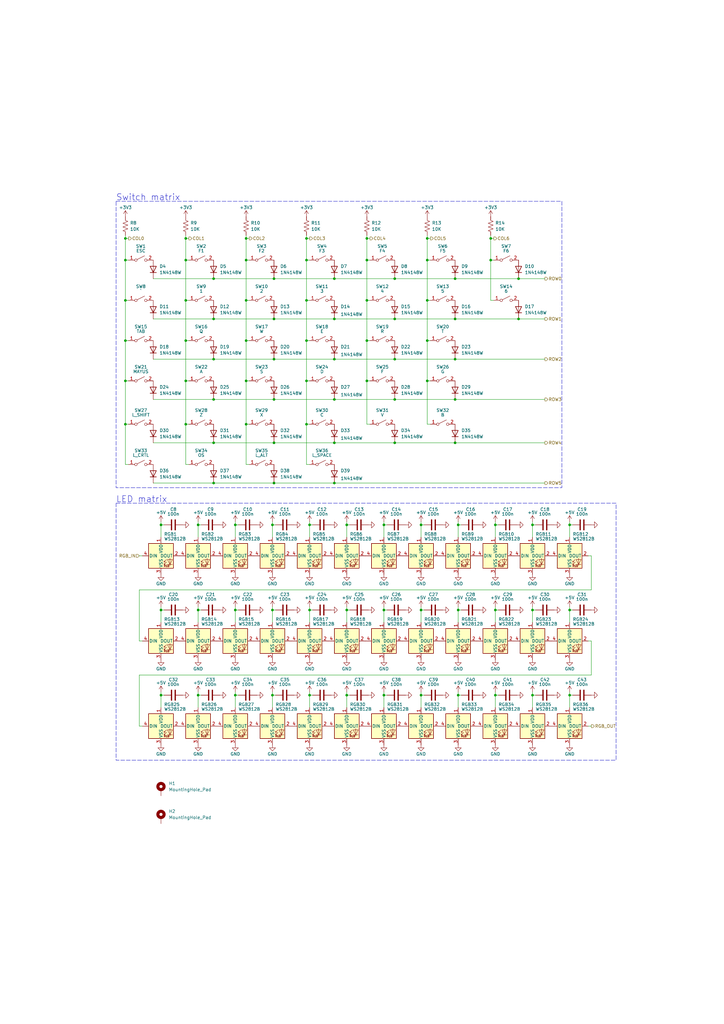
<source format=kicad_sch>
(kicad_sch (version 20250114) (generator "eeschema") (generator_version "9.0")
  (paper "A3" portrait)
  (rectangle (start 47.625 82.55) (end 230.505 200.025) (stroke (width 0) (type dash)))
  (rectangle (start 47.625 206.375) (end 252.73 311.785) (stroke (width 0) (type dash)))
  (text "LED matrix" (at 47.625 206.375 0) (effects (font (size 2.54 2.54)) (justify left bottom)))
  (text "Switch matrix" (at 47.625 82.55 0) (effects (font (size 2.54 2.54)) (justify left bottom)))
  (junction (at 161.925 114.3))
  (junction (at 111.76 285.115))
  (junction (at 100.965 156.21))
  (junction (at 100.965 97.79))
  (junction (at 218.44 215.265))
  (junction (at 161.925 181.61))
  (junction (at 127 250.19))
  (junction (at 66.04 250.19))
  (junction (at 187.96 215.265))
  (junction (at 127 215.265))
  (junction (at 76.2 123.19))
  (junction (at 111.76 250.19))
  (junction (at 150.495 139.7))
  (junction (at 233.68 215.265))
  (junction (at 142.24 285.115))
  (junction (at 142.24 250.19))
  (junction (at 112.395 114.3))
  (junction (at 233.68 250.19))
  (junction (at 51.435 123.19))
  (junction (at 51.435 139.7))
  (junction (at 175.26 106.68))
  (junction (at 187.96 250.19))
  (junction (at 212.725 114.3))
  (junction (at 112.395 198.12))
  (junction (at 125.73 173.99))
  (junction (at 66.04 285.115))
  (junction (at 112.395 130.81))
  (junction (at 157.48 215.265))
  (junction (at 150.495 106.68))
  (junction (at 87.63 163.83))
  (junction (at 172.72 285.115))
  (junction (at 212.725 130.81))
  (junction (at 150.495 97.79))
  (junction (at 87.63 130.81))
  (junction (at 100.965 139.7))
  (junction (at 87.63 198.12))
  (junction (at 201.295 97.79))
  (junction (at 172.72 215.265))
  (junction (at 96.52 215.265))
  (junction (at 125.73 106.68))
  (junction (at 100.965 173.99))
  (junction (at 87.63 181.61))
  (junction (at 201.295 106.68))
  (junction (at 203.2 250.19))
  (junction (at 112.395 163.83))
  (junction (at 175.26 156.21))
  (junction (at 175.26 123.19))
  (junction (at 87.63 147.32))
  (junction (at 87.63 114.3))
  (junction (at 51.435 97.79))
  (junction (at 125.73 97.79))
  (junction (at 137.16 181.61))
  (junction (at 161.925 130.81))
  (junction (at 76.2 97.79))
  (junction (at 51.435 173.99))
  (junction (at 137.16 114.3))
  (junction (at 81.28 250.19))
  (junction (at 203.2 285.115))
  (junction (at 157.48 285.115))
  (junction (at 96.52 285.115))
  (junction (at 111.76 215.265))
  (junction (at 157.48 250.19))
  (junction (at 51.435 156.21))
  (junction (at 150.495 156.21))
  (junction (at 175.26 97.79))
  (junction (at 161.925 163.83))
  (junction (at 51.435 106.68))
  (junction (at 186.69 147.32))
  (junction (at 175.26 139.7))
  (junction (at 203.2 215.265))
  (junction (at 100.965 106.68))
  (junction (at 100.965 123.19))
  (junction (at 81.28 215.265))
  (junction (at 125.73 123.19))
  (junction (at 150.495 123.19))
  (junction (at 76.2 106.68))
  (junction (at 142.24 215.265))
  (junction (at 137.16 147.32))
  (junction (at 186.69 114.3))
  (junction (at 172.72 250.19))
  (junction (at 66.04 215.265))
  (junction (at 218.44 285.115))
  (junction (at 112.395 181.61))
  (junction (at 76.2 156.21))
  (junction (at 125.73 156.21))
  (junction (at 81.28 285.115))
  (junction (at 187.96 285.115))
  (junction (at 233.68 285.115))
  (junction (at 137.16 130.81))
  (junction (at 127 285.115))
  (junction (at 96.52 250.19))
  (junction (at 218.44 250.19))
  (junction (at 161.925 147.32))
  (junction (at 112.395 147.32))
  (junction (at 76.2 139.7))
  (junction (at 186.69 130.81))
  (junction (at 76.2 173.99))
  (junction (at 137.16 163.83))
  (junction (at 125.73 139.7))
  (junction (at 137.16 198.12))
  (junction (at 186.69 163.83))
  (junction (at 186.69 181.61))
  (wire (pts (xy 100.965 97.79) (xy 100.965 106.68)))
  (wire (pts (xy 233.68 285.115) (xy 233.68 290.195)))
  (wire (pts (xy 201.295 123.19) (xy 201.295 106.68)))
  (wire (pts (xy 218.44 250.19) (xy 218.44 255.27)))
  (wire (pts (xy 76.2 156.21) (xy 76.2 173.99)))
  (wire (pts (xy 157.48 215.265) (xy 158.75 215.265)))
  (wire (pts (xy 102.235 123.19) (xy 100.965 123.19)))
  (wire (pts (xy 218.44 215.265) (xy 219.71 215.265)))
  (wire (pts (xy 76.2 123.19) (xy 76.2 139.7)))
  (wire (pts (xy 242.57 262.89) (xy 242.57 276.86)))
  (wire (pts (xy 157.48 248.92) (xy 157.48 250.19)))
  (wire (pts (xy 62.865 163.83) (xy 87.63 163.83)))
  (wire (pts (xy 81.28 285.115) (xy 82.55 285.115)))
  (wire (pts (xy 172.72 213.995) (xy 172.72 215.265)))
  (wire (pts (xy 172.72 215.265) (xy 172.72 220.345)))
  (wire (pts (xy 172.72 283.845) (xy 172.72 285.115)))
  (wire (pts (xy 172.72 285.115) (xy 173.99 285.115)))
  (wire (pts (xy 87.63 130.81) (xy 112.395 130.81)))
  (wire (pts (xy 201.295 97.79) (xy 201.295 106.68)))
  (wire (pts (xy 161.925 114.3) (xy 186.69 114.3)))
  (wire (pts (xy 57.15 297.815) (xy 58.42 297.815)))
  (wire (pts (xy 137.16 130.81) (xy 161.925 130.81)))
  (wire (pts (xy 81.28 285.115) (xy 81.28 290.195)))
  (wire (pts (xy 161.925 147.32) (xy 186.69 147.32)))
  (wire (pts (xy 52.705 173.99) (xy 51.435 173.99)))
  (wire (pts (xy 125.73 97.79) (xy 125.73 106.68)))
  (wire (pts (xy 96.52 215.265) (xy 97.79 215.265)))
  (wire (pts (xy 203.2 213.995) (xy 203.2 215.265)))
  (wire (pts (xy 96.52 285.115) (xy 97.79 285.115)))
  (wire (pts (xy 87.63 163.83) (xy 112.395 163.83)))
  (wire (pts (xy 57.15 227.965) (xy 58.42 227.965)))
  (wire (pts (xy 176.53 156.21) (xy 175.26 156.21)))
  (wire (pts (xy 203.2 250.19) (xy 203.2 255.27)))
  (wire (pts (xy 87.63 114.3) (xy 112.395 114.3)))
  (wire (pts (xy 87.63 181.61) (xy 112.395 181.61)))
  (wire (pts (xy 52.705 190.5) (xy 51.435 190.5)))
  (wire (pts (xy 142.24 285.115) (xy 142.24 290.195)))
  (wire (pts (xy 161.925 163.83) (xy 186.69 163.83)))
  (wire (pts (xy 157.48 285.115) (xy 158.75 285.115)))
  (wire (pts (xy 62.865 130.81) (xy 87.63 130.81)))
  (wire (pts (xy 76.2 97.79) (xy 77.47 97.79)))
  (wire (pts (xy 125.73 97.79) (xy 127 97.79)))
  (wire (pts (xy 172.72 215.265) (xy 173.99 215.265)))
  (wire (pts (xy 52.705 106.68) (xy 51.435 106.68)))
  (wire (pts (xy 161.925 181.61) (xy 186.69 181.61)))
  (wire (pts (xy 87.63 198.12) (xy 112.395 198.12)))
  (wire (pts (xy 102.235 156.21) (xy 100.965 156.21)))
  (wire (pts (xy 175.26 139.7) (xy 175.26 156.21)))
  (wire (pts (xy 52.705 123.19) (xy 51.435 123.19)))
  (wire (pts (xy 102.235 106.68) (xy 100.965 106.68)))
  (wire (pts (xy 218.44 250.19) (xy 219.71 250.19)))
  (wire (pts (xy 66.04 283.845) (xy 66.04 285.115)))
  (wire (pts (xy 151.765 139.7) (xy 150.495 139.7)))
  (wire (pts (xy 142.24 215.265) (xy 143.51 215.265)))
  (wire (pts (xy 151.765 156.21) (xy 150.495 156.21)))
  (wire (pts (xy 233.68 285.115) (xy 234.95 285.115)))
  (wire (pts (xy 201.295 96.52) (xy 201.295 97.79)))
  (wire (pts (xy 52.705 139.7) (xy 51.435 139.7)))
  (wire (pts (xy 100.965 106.68) (xy 100.965 123.19)))
  (wire (pts (xy 172.72 248.92) (xy 172.72 250.19)))
  (wire (pts (xy 218.44 285.115) (xy 218.44 290.195)))
  (wire (pts (xy 81.28 213.995) (xy 81.28 215.265)))
  (wire (pts (xy 233.68 215.265) (xy 234.95 215.265)))
  (wire (pts (xy 212.725 130.81) (xy 223.52 130.81)))
  (wire (pts (xy 142.24 283.845) (xy 142.24 285.115)))
  (wire (pts (xy 51.435 96.52) (xy 51.435 97.79)))
  (wire (pts (xy 112.395 163.83) (xy 137.16 163.83)))
  (wire (pts (xy 203.2 285.115) (xy 203.2 290.195)))
  (wire (pts (xy 100.965 97.79) (xy 102.235 97.79)))
  (wire (pts (xy 96.52 250.19) (xy 96.52 255.27)))
  (wire (pts (xy 127 106.68) (xy 125.73 106.68)))
  (wire (pts (xy 203.2 285.115) (xy 204.47 285.115)))
  (wire (pts (xy 81.28 215.265) (xy 81.28 220.345)))
  (wire (pts (xy 150.495 139.7) (xy 150.495 156.21)))
  (wire (pts (xy 51.435 139.7) (xy 51.435 156.21)))
  (wire (pts (xy 111.76 283.845) (xy 111.76 285.115)))
  (wire (pts (xy 77.47 123.19) (xy 76.2 123.19)))
  (wire (pts (xy 111.76 213.995) (xy 111.76 215.265)))
  (wire (pts (xy 127 283.845) (xy 127 285.115)))
  (wire (pts (xy 62.865 181.61) (xy 87.63 181.61)))
  (wire (pts (xy 242.57 241.935) (xy 57.15 241.935)))
  (wire (pts (xy 176.53 123.19) (xy 175.26 123.19)))
  (wire (pts (xy 176.53 106.68) (xy 175.26 106.68)))
  (wire (pts (xy 203.2 283.845) (xy 203.2 285.115)))
  (wire (pts (xy 112.395 114.3) (xy 137.16 114.3)))
  (wire (pts (xy 201.295 97.79) (xy 202.565 97.79)))
  (wire (pts (xy 76.2 106.68) (xy 76.2 123.19)))
  (wire (pts (xy 187.96 250.19) (xy 187.96 255.27)))
  (wire (pts (xy 218.44 213.995) (xy 218.44 215.265)))
  (wire (pts (xy 157.48 250.19) (xy 157.48 255.27)))
  (wire (pts (xy 150.495 123.19) (xy 150.495 139.7)))
  (wire (pts (xy 137.16 198.12) (xy 223.52 198.12)))
  (wire (pts (xy 187.96 215.265) (xy 187.96 220.345)))
  (wire (pts (xy 137.16 163.83) (xy 161.925 163.83)))
  (wire (pts (xy 81.28 283.845) (xy 81.28 285.115)))
  (wire (pts (xy 76.2 96.52) (xy 76.2 97.79)))
  (wire (pts (xy 157.48 213.995) (xy 157.48 215.265)))
  (wire (pts (xy 125.73 139.7) (xy 125.73 156.21)))
  (wire (pts (xy 62.865 198.12) (xy 87.63 198.12)))
  (wire (pts (xy 161.925 130.81) (xy 186.69 130.81)))
  (wire (pts (xy 233.68 213.995) (xy 233.68 215.265)))
  (wire (pts (xy 111.76 250.19) (xy 111.76 255.27)))
  (wire (pts (xy 57.15 262.89) (xy 58.42 262.89)))
  (wire (pts (xy 111.76 285.115) (xy 111.76 290.195)))
  (wire (pts (xy 112.395 198.12) (xy 137.16 198.12)))
  (wire (pts (xy 57.15 241.935) (xy 57.15 262.89)))
  (wire (pts (xy 157.48 215.265) (xy 157.48 220.345)))
  (wire (pts (xy 111.76 248.92) (xy 111.76 250.19)))
  (wire (pts (xy 187.96 285.115) (xy 189.23 285.115)))
  (wire (pts (xy 87.63 147.32) (xy 112.395 147.32)))
  (wire (pts (xy 102.235 173.99) (xy 100.965 173.99)))
  (wire (pts (xy 187.96 248.92) (xy 187.96 250.19)))
  (wire (pts (xy 127 156.21) (xy 125.73 156.21)))
  (wire (pts (xy 172.72 250.19) (xy 172.72 255.27)))
  (wire (pts (xy 77.47 156.21) (xy 76.2 156.21)))
  (wire (pts (xy 151.765 106.68) (xy 150.495 106.68)))
  (wire (pts (xy 66.04 285.115) (xy 66.04 290.195)))
  (wire (pts (xy 62.865 114.3) (xy 87.63 114.3)))
  (wire (pts (xy 187.96 250.19) (xy 189.23 250.19)))
  (wire (pts (xy 112.395 147.32) (xy 137.16 147.32)))
  (wire (pts (xy 187.96 285.115) (xy 187.96 290.195)))
  (wire (pts (xy 233.68 250.19) (xy 234.95 250.19)))
  (wire (pts (xy 111.76 285.115) (xy 113.03 285.115)))
  (wire (pts (xy 233.68 250.19) (xy 233.68 255.27)))
  (wire (pts (xy 127 123.19) (xy 125.73 123.19)))
  (wire (pts (xy 100.965 123.19) (xy 100.965 139.7)))
  (wire (pts (xy 175.26 97.79) (xy 176.53 97.79)))
  (wire (pts (xy 172.72 285.115) (xy 172.72 290.195)))
  (wire (pts (xy 157.48 285.115) (xy 157.48 290.195)))
  (wire (pts (xy 112.395 130.81) (xy 137.16 130.81)))
  (wire (pts (xy 142.24 215.265) (xy 142.24 220.345)))
  (wire (pts (xy 202.565 123.19) (xy 201.295 123.19)))
  (wire (pts (xy 76.2 139.7) (xy 76.2 156.21)))
  (wire (pts (xy 137.16 147.32) (xy 161.925 147.32)))
  (wire (pts (xy 66.04 215.265) (xy 66.04 220.345)))
  (wire (pts (xy 203.2 215.265) (xy 204.47 215.265)))
  (wire (pts (xy 233.68 248.92) (xy 233.68 250.19)))
  (wire (pts (xy 66.04 215.265) (xy 67.31 215.265)))
  (wire (pts (xy 127 213.995) (xy 127 215.265)))
  (wire (pts (xy 203.2 250.19) (xy 204.47 250.19)))
  (wire (pts (xy 150.495 97.79) (xy 151.765 97.79)))
  (wire (pts (xy 100.965 156.21) (xy 100.965 173.99)))
  (wire (pts (xy 186.69 114.3) (xy 212.725 114.3)))
  (wire (pts (xy 81.28 250.19) (xy 82.55 250.19)))
  (wire (pts (xy 77.47 173.99) (xy 76.2 173.99)))
  (wire (pts (xy 51.435 97.79) (xy 51.435 106.68)))
  (wire (pts (xy 96.52 248.92) (xy 96.52 250.19)))
  (wire (pts (xy 127 248.92) (xy 127 250.19)))
  (wire (pts (xy 66.04 250.19) (xy 67.31 250.19)))
  (wire (pts (xy 142.24 213.995) (xy 142.24 215.265)))
  (wire (pts (xy 125.73 106.68) (xy 125.73 123.19)))
  (wire (pts (xy 76.2 190.5) (xy 76.2 173.99)))
  (wire (pts (xy 150.495 96.52) (xy 150.495 97.79)))
  (wire (pts (xy 203.2 215.265) (xy 203.2 220.345)))
  (wire (pts (xy 175.26 106.68) (xy 175.26 123.19)))
  (wire (pts (xy 66.04 285.115) (xy 67.31 285.115)))
  (wire (pts (xy 111.76 215.265) (xy 111.76 220.345)))
  (wire (pts (xy 151.765 173.99) (xy 150.495 173.99)))
  (wire (pts (xy 127 250.19) (xy 128.27 250.19)))
  (wire (pts (xy 186.69 147.32) (xy 223.52 147.32)))
  (wire (pts (xy 127 173.99) (xy 125.73 173.99)))
  (wire (pts (xy 51.435 97.79) (xy 52.705 97.79)))
  (wire (pts (xy 76.2 97.79) (xy 76.2 106.68)))
  (wire (pts (xy 127 139.7) (xy 125.73 139.7)))
  (wire (pts (xy 57.15 276.86) (xy 57.15 297.815)))
  (wire (pts (xy 62.865 147.32) (xy 87.63 147.32)))
  (wire (pts (xy 96.52 250.19) (xy 97.79 250.19)))
  (wire (pts (xy 187.96 215.265) (xy 189.23 215.265)))
  (wire (pts (xy 111.76 215.265) (xy 113.03 215.265)))
  (wire (pts (xy 202.565 106.68) (xy 201.295 106.68)))
  (wire (pts (xy 175.26 96.52) (xy 175.26 97.79)))
  (wire (pts (xy 81.28 215.265) (xy 82.55 215.265)))
  (wire (pts (xy 127 250.19) (xy 127 255.27)))
  (wire (pts (xy 187.96 213.995) (xy 187.96 215.265)))
  (wire (pts (xy 100.965 96.52) (xy 100.965 97.79)))
  (wire (pts (xy 175.26 173.99) (xy 175.26 156.21)))
  (wire (pts (xy 186.69 181.61) (xy 223.52 181.61)))
  (wire (pts (xy 241.3 297.815) (xy 242.57 297.815)))
  (wire (pts (xy 125.73 156.21) (xy 125.73 173.99)))
  (wire (pts (xy 137.16 114.3) (xy 161.925 114.3)))
  (wire (pts (xy 112.395 181.61) (xy 137.16 181.61)))
  (wire (pts (xy 142.24 250.19) (xy 142.24 255.27)))
  (wire (pts (xy 96.52 283.845) (xy 96.52 285.115)))
  (wire (pts (xy 100.965 190.5) (xy 100.965 173.99)))
  (wire (pts (xy 218.44 215.265) (xy 218.44 220.345)))
  (wire (pts (xy 111.76 250.19) (xy 113.03 250.19)))
  (wire (pts (xy 77.47 139.7) (xy 76.2 139.7)))
  (wire (pts (xy 81.28 248.92) (xy 81.28 250.19)))
  (wire (pts (xy 125.73 96.52) (xy 125.73 97.79)))
  (wire (pts (xy 242.57 276.86) (xy 57.15 276.86)))
  (wire (pts (xy 233.68 215.265) (xy 233.68 220.345)))
  (wire (pts (xy 51.435 106.68) (xy 51.435 123.19)))
  (wire (pts (xy 51.435 190.5) (xy 51.435 173.99)))
  (wire (pts (xy 142.24 285.115) (xy 143.51 285.115)))
  (wire (pts (xy 66.04 213.995) (xy 66.04 215.265)))
  (wire (pts (xy 66.04 250.19) (xy 66.04 255.27)))
  (wire (pts (xy 157.48 283.845) (xy 157.48 285.115)))
  (wire (pts (xy 150.495 106.68) (xy 150.495 123.19)))
  (wire (pts (xy 187.96 283.845) (xy 187.96 285.115)))
  (wire (pts (xy 176.53 139.7) (xy 175.26 139.7)))
  (wire (pts (xy 150.495 173.99) (xy 150.495 156.21)))
  (wire (pts (xy 241.3 227.965) (xy 242.57 227.965)))
  (wire (pts (xy 176.53 173.99) (xy 175.26 173.99)))
  (wire (pts (xy 127 215.265) (xy 128.27 215.265)))
  (wire (pts (xy 186.69 163.83) (xy 223.52 163.83)))
  (wire (pts (xy 137.16 181.61) (xy 161.925 181.61)))
  (wire (pts (xy 142.24 250.19) (xy 143.51 250.19)))
  (wire (pts (xy 203.2 248.92) (xy 203.2 250.19)))
  (wire (pts (xy 52.705 156.21) (xy 51.435 156.21)))
  (wire (pts (xy 81.28 250.19) (xy 81.28 255.27)))
  (wire (pts (xy 96.52 215.265) (xy 96.52 220.345)))
  (wire (pts (xy 218.44 248.92) (xy 218.44 250.19)))
  (wire (pts (xy 172.72 250.19) (xy 173.99 250.19)))
  (wire (pts (xy 142.24 248.92) (xy 142.24 250.19)))
  (wire (pts (xy 218.44 283.845) (xy 218.44 285.115)))
  (wire (pts (xy 102.235 190.5) (xy 100.965 190.5)))
  (wire (pts (xy 96.52 213.995) (xy 96.52 215.265)))
  (wire (pts (xy 125.73 123.19) (xy 125.73 139.7)))
  (wire (pts (xy 96.52 285.115) (xy 96.52 290.195)))
  (wire (pts (xy 125.73 190.5) (xy 125.73 173.99)))
  (wire (pts (xy 242.57 227.965) (xy 242.57 241.935)))
  (wire (pts (xy 127 285.115) (xy 128.27 285.115)))
  (wire (pts (xy 127 215.265) (xy 127 220.345)))
  (wire (pts (xy 77.47 190.5) (xy 76.2 190.5)))
  (wire (pts (xy 212.725 114.3) (xy 223.52 114.3)))
  (wire (pts (xy 77.47 106.68) (xy 76.2 106.68)))
  (wire (pts (xy 51.435 123.19) (xy 51.435 139.7)))
  (wire (pts (xy 150.495 97.79) (xy 150.495 106.68)))
  (wire (pts (xy 51.435 156.21) (xy 51.435 173.99)))
  (wire (pts (xy 102.235 139.7) (xy 100.965 139.7)))
  (wire (pts (xy 151.765 123.19) (xy 150.495 123.19)))
  (wire (pts (xy 175.26 123.19) (xy 175.26 139.7)))
  (wire (pts (xy 233.68 283.845) (xy 233.68 285.115)))
  (wire (pts (xy 127 190.5) (xy 125.73 190.5)))
  (wire (pts (xy 100.965 139.7) (xy 100.965 156.21)))
  (wire (pts (xy 186.69 130.81) (xy 212.725 130.81)))
  (wire (pts (xy 157.48 250.19) (xy 158.75 250.19)))
  (wire (pts (xy 175.26 97.79) (xy 175.26 106.68)))
  (wire (pts (xy 127 285.115) (xy 127 290.195)))
  (wire (pts (xy 66.04 248.92) (xy 66.04 250.19)))
  (wire (pts (xy 241.3 262.89) (xy 242.57 262.89)))
  (wire (pts (xy 218.44 285.115) (xy 219.71 285.115)))
  (hierarchical_label "ROW0" (shape output) (at 223.52 114.3 0))
  (hierarchical_label "COL1" (shape output) (at 77.47 97.79 0))
  (hierarchical_label "COL5" (shape output) (at 176.53 97.79 0))
  (hierarchical_label "RGB_OUT" (shape output) (at 242.57 297.815 0))
  (hierarchical_label "COL0" (shape output) (at 52.705 97.79 0))
  (hierarchical_label "COL4" (shape output) (at 151.765 97.79 0))
  (hierarchical_label "COL2" (shape output) (at 102.235 97.79 0))
  (hierarchical_label "ROW4" (shape output) (at 223.52 181.61 0))
  (hierarchical_label "RGB_IN" (shape input) (at 57.15 227.965 180))
  (hierarchical_label "ROW1" (shape output) (at 223.52 130.81 0))
  (hierarchical_label "COL6" (shape output) (at 202.565 97.79 0))
  (hierarchical_label "ROW5" (shape output) (at 223.52 198.12 0))
  (hierarchical_label "ROW3" (shape output) (at 223.52 163.83 0))
  (hierarchical_label "COL3" (shape output) (at 127 97.79 0))
  (hierarchical_label "ROW2" (shape output) (at 223.52 147.32 0))
  (symbol (lib_id "Switch:SW_SPST") (at 107.315 106.68 0) (unit 1)
    (property "Reference" "SW3" (at 107.315 100.965 0))
    (property "Value" "F2" (at 107.315 102.87 0))
    (property "Footprint" "Button_Switch_Keyboard:SW_Cherry_MX_1.00u_PCB" (effects (hide yes)))
  )
  (symbol (lib_name "+5V_1") (lib_id "power:+5V") (at 96.52 248.92 0) (unit 1)
    (property "Reference" "#PWR067" (effects (hide yes)))
    (property "Value" "+5V" (at 96.52 245.11 0))
  )
  (symbol (lib_id "LED:WS2812B") (at 142.24 262.89 0) (unit 1)
    (property "Reference" "RGB18" (at 143.51 254 0) (effects (justify left)))
    (property "Value" "WS2812B" (at 143.51 255.905 0) (effects (justify left)))
    (property "Footprint" "mechpad:6028_LED" (effects (hide yes)))
    (property "Datasheet" "https://cdn-shop.adafruit.com/datasheets/WS2812B.pdf" (effects (hide yes)))
  )
  (symbol (lib_id "Switch:SW_SPST") (at 207.645 123.19 0) (unit 1)
    (property "Reference" "SW14" (at 207.645 117.475 0))
    (property "Value" "6" (at 207.645 119.38 0))
    (property "Footprint" "Button_Switch_Keyboard:SW_Cherry_MX_1.00u_PCB" (effects (hide yes)))
  )
  (symbol (lib_name "+5V_1") (lib_id "power:+5V") (at 142.24 283.845 0) (unit 1)
    (property "Reference" "#PWR0106" (effects (hide yes)))
    (property "Value" "+5V" (at 142.24 280.035 0))
  )
  (symbol (lib_id "Device:C") (at 193.04 285.115 90) (unit 1)
    (property "Reference" "C40" (at 193.04 278.765 90))
    (property "Value" "100n" (at 193.04 280.67 90))
    (property "Footprint" "Capacitor_SMD:C_0603_1608Metric" (effects (hide yes)))
  )
  (symbol (lib_id "Device:R_US") (at 100.965 92.71 0) (unit 1)
    (property "Reference" "R14" (at 102.87 91.44 0) (effects (justify left)))
    (property "Value" "10K" (at 102.87 93.98 0) (effects (justify left)))
    (property "Footprint" "Resistor_SMD:R_0603_1608Metric" (effects (hide yes)))
    (instances (project "mechpad" (path "" (reference "R10") (unit 1))) (project "Schematics and PCB" (path "" (reference "R14") (unit 1))))
  )
  (symbol (lib_id "Device:D") (at 112.395 127 90) (unit 1)
    (property "Reference" "D13" (at 114.935 125.7299 90) (effects (justify right)))
    (property "Value" "1N4148W" (at 114.935 128.2699 90) (effects (justify right)))
    (property "Footprint" "Diode_SMD:D_SOD-123" (effects (hide yes)))
  )
  (symbol (lib_id "Device:D") (at 186.69 160.02 90) (unit 1)
    (property "Reference" "D29" (at 189.23 158.7499 90) (effects (justify right)))
    (property "Value" "1N4148W" (at 189.23 161.2899 90) (effects (justify right)))
    (property "Footprint" "Diode_SMD:D_SOD-123" (effects (hide yes)))
  )
  (symbol (lib_id "LED:WS2812B") (at 66.04 262.89 0) (unit 1)
    (property "Reference" "RGB13" (at 67.31 254 0) (effects (justify left)))
    (property "Value" "WS2812B" (at 67.31 255.905 0) (effects (justify left)))
    (property "Footprint" "mechpad:6028_LED" (effects (hide yes)))
    (property "Datasheet" "https://cdn-shop.adafruit.com/datasheets/WS2812B.pdf" (effects (hide yes)))
  )
  (symbol (lib_id "Switch:SW_SPST") (at 156.845 123.19 0) (unit 1)
    (property "Reference" "SW12" (at 156.845 117.475 0))
    (property "Value" "4" (at 156.845 119.38 0))
    (property "Footprint" "Button_Switch_Keyboard:SW_Cherry_MX_1.00u_PCB" (effects (hide yes)))
  )
  (symbol (lib_id "Device:C") (at 238.76 215.265 90) (unit 1)
    (property "Reference" "C19" (at 238.76 208.915 90))
    (property "Value" "100n" (at 238.76 210.82 90))
    (property "Footprint" "Capacitor_SMD:C_0603_1608Metric" (effects (hide yes)))
  )
  (symbol (lib_id "Switch:SW_SPST") (at 181.61 156.21 0) (unit 1)
    (property "Reference" "SW26" (at 181.61 150.495 0))
    (property "Value" "G" (at 181.61 152.4 0))
    (property "Footprint" "Button_Switch_Keyboard:SW_Cherry_MX_1.00u_PCB" (effects (hide yes)))
  )
  (symbol (lib_id "Device:D") (at 161.925 143.51 90) (unit 1)
    (property "Reference" "D22" (at 164.465 142.2399 90) (effects (justify right)))
    (property "Value" "1N4148W" (at 164.465 144.7799 90) (effects (justify right)))
    (property "Footprint" "Diode_SMD:D_SOD-123" (effects (hide yes)))
  )
  (symbol (lib_id "Device:D") (at 112.395 160.02 90) (unit 1)
    (property "Reference" "D26" (at 114.935 158.7499 90) (effects (justify right)))
    (property "Value" "1N4148W" (at 114.935 161.2899 90) (effects (justify right)))
    (property "Footprint" "Diode_SMD:D_SOD-123" (effects (hide yes)))
  )
  (symbol (lib_id "LED:WS2812B") (at 96.52 227.965 0) (unit 1)
    (property "Reference" "RGB3" (at 97.79 219.075 0) (effects (justify left)))
    (property "Value" "WS2812B" (at 97.79 220.98 0) (effects (justify left)))
    (property "Footprint" "mechpad:6028_LED" (effects (hide yes)))
    (property "Datasheet" "https://cdn-shop.adafruit.com/datasheets/WS2812B.pdf" (effects (hide yes)))
  )
  (symbol (lib_id "Device:D") (at 87.63 177.8 90) (unit 1)
    (property "Reference" "D31" (at 90.17 176.5299 90) (effects (justify right)))
    (property "Value" "1N4148W" (at 90.17 179.0699 90) (effects (justify right)))
    (property "Footprint" "Diode_SMD:D_SOD-123" (effects (hide yes)))
  )
  (symbol (lib_name "GND_1") (lib_id "power:GND") (at 127 270.51 0) (unit 1)
    (property "Reference" "#PWR093" (effects (hide yes)))
    (property "Value" "GND" (at 127 274.32 0))
  )
  (symbol (lib_name "+5V_1") (lib_id "power:+5V") (at 218.44 248.92 0) (unit 1)
    (property "Reference" "#PWR075" (effects (hide yes)))
    (property "Value" "+5V" (at 218.44 245.11 0))
  )
  (symbol (lib_id "Switch:SW_SPST") (at 156.845 173.99 0) (unit 1)
    (property "Reference" "SW31" (at 156.845 168.275 0))
    (property "Value" "V" (at 156.845 170.18 0))
    (property "Footprint" "Button_Switch_Keyboard:SW_Cherry_MX_1.00u_PCB" (effects (hide yes)))
  )
  (symbol (lib_name "+5V_1") (lib_id "power:+5V") (at 127 248.92 0) (unit 1)
    (property "Reference" "#PWR069" (effects (hide yes)))
    (property "Value" "+5V" (at 127 245.11 0))
  )
  (symbol (lib_name "+5V_1") (lib_id "power:+5V") (at 66.04 283.845 0) (unit 1)
    (property "Reference" "#PWR0101" (effects (hide yes)))
    (property "Value" "+5V" (at 66.04 280.035 0))
  )
  (symbol (lib_id "Switch:SW_SPST") (at 82.55 173.99 0) (unit 1)
    (property "Reference" "SW28" (at 82.55 168.275 0))
    (property "Value" "Z" (at 82.55 170.18 0))
    (property "Footprint" "Button_Switch_Keyboard:SW_Cherry_MX_1.00u_PCB" (effects (hide yes)))
  )
  (symbol (lib_id "Device:D") (at 212.725 110.49 90) (unit 1)
    (property "Reference" "D10" (at 215.265 109.2199 90) (effects (justify right)))
    (property "Value" "1N4148W" (at 215.265 111.7599 90) (effects (justify right)))
    (property "Footprint" "Diode_SMD:D_SOD-123" (effects (hide yes)))
  )
  (symbol (lib_name "GND_1") (lib_id "power:GND") (at 181.61 285.115 90) (unit 1)
    (property "Reference" "#PWR0120" (effects (hide yes)))
    (property "Value" "GND" (effects (hide yes)))
  )
  (symbol (lib_name "GND_1") (lib_id "power:GND") (at 227.33 250.19 90) (unit 1)
    (property "Reference" "#PWR087" (effects (hide yes)))
    (property "Value" "GND" (effects (hide yes)))
  )
  (symbol (lib_id "Device:D") (at 62.865 177.8 90) (unit 1)
    (property "Reference" "D30" (at 65.405 176.5299 90) (effects (justify right)))
    (property "Value" "1N4148W" (at 65.405 179.0699 90) (effects (justify right)))
    (property "Footprint" "Diode_SMD:D_SOD-123" (effects (hide yes)))
  )
  (symbol (lib_name "GND_1") (lib_id "power:GND") (at 203.2 305.435 0) (unit 1)
    (property "Reference" "#PWR0134" (effects (hide yes)))
    (property "Value" "GND" (at 203.2 309.245 0))
  )
  (symbol (lib_id "Device:D") (at 161.925 177.8 90) (unit 1)
    (property "Reference" "D34" (at 164.465 176.5299 90) (effects (justify right)))
    (property "Value" "1N4148W" (at 164.465 179.0699 90) (effects (justify right)))
    (property "Footprint" "Diode_SMD:D_SOD-123" (effects (hide yes)))
  )
  (symbol (lib_name "GND_1") (lib_id "power:GND") (at 151.13 215.265 90) (unit 1)
    (property "Reference" "#PWR046" (effects (hide yes)))
    (property "Value" "GND" (effects (hide yes)))
  )
  (symbol (lib_name "+5V_1") (lib_id "power:+5V") (at 233.68 248.92 0) (unit 1)
    (property "Reference" "#PWR076" (effects (hide yes)))
    (property "Value" "+5V" (at 233.68 245.11 0))
  )
  (symbol (lib_name "GND_1") (lib_id "power:GND") (at 81.28 305.435 0) (unit 1)
    (property "Reference" "#PWR0126" (effects (hide yes)))
    (property "Value" "GND" (at 81.28 309.245 0))
  )
  (symbol (lib_id "Device:D") (at 62.865 194.31 90) (unit 1)
    (property "Reference" "D36" (at 65.405 193.0399 90) (effects (justify right)))
    (property "Value" "1N4148W" (at 65.405 195.5799 90) (effects (justify right)))
    (property "Footprint" "Diode_SMD:D_SOD-123" (effects (hide yes)))
  )
  (symbol (lib_name "GND_1") (lib_id "power:GND") (at 196.85 250.19 90) (unit 1)
    (property "Reference" "#PWR085" (effects (hide yes)))
    (property "Value" "GND" (effects (hide yes)))
  )
  (symbol (lib_id "Switch:SW_SPST") (at 82.55 156.21 0) (unit 1)
    (property "Reference" "SW22" (at 82.55 150.495 0))
    (property "Value" "A" (at 82.55 152.4 0))
    (property "Footprint" "Button_Switch_Keyboard:SW_Cherry_MX_1.00u_PCB" (effects (hide yes)))
  )
  (symbol (lib_id "Device:C") (at 71.12 285.115 90) (unit 1)
    (property "Reference" "C32" (at 71.12 278.765 90))
    (property "Value" "100n" (at 71.12 280.67 90))
    (property "Footprint" "Capacitor_SMD:C_0603_1608Metric" (effects (hide yes)))
  )
  (symbol (lib_id "LED:WS2812B") (at 81.28 227.965 0) (unit 1)
    (property "Reference" "RGB2" (at 82.55 219.075 0) (effects (justify left)))
    (property "Value" "WS2812B" (at 82.55 220.98 0) (effects (justify left)))
    (property "Footprint" "mechpad:6028_LED" (effects (hide yes)))
    (property "Datasheet" "https://cdn-shop.adafruit.com/datasheets/WS2812B.pdf" (effects (hide yes)))
  )
  (symbol (lib_id "Switch:SW_SPST") (at 107.315 139.7 0) (unit 1)
    (property "Reference" "SW17" (at 107.315 133.985 0))
    (property "Value" "W" (at 107.315 135.89 0))
    (property "Footprint" "Button_Switch_Keyboard:SW_Cherry_MX_1.00u_PCB" (effects (hide yes)))
  )
  (symbol (lib_id "Device:C") (at 238.76 250.19 90) (unit 1)
    (property "Reference" "C31" (at 238.76 243.84 90))
    (property "Value" "100n" (at 238.76 245.745 90))
    (property "Footprint" "Capacitor_SMD:C_0603_1608Metric" (effects (hide yes)))
  )
  (symbol (lib_name "+5V_1") (lib_id "power:+5V") (at 111.76 283.845 0) (unit 1)
    (property "Reference" "#PWR0104" (effects (hide yes)))
    (property "Value" "+5V" (at 111.76 280.035 0))
  )
  (symbol (lib_name "+5V_1") (lib_id "power:+5V") (at 157.48 248.92 0) (unit 1)
    (property "Reference" "#PWR071" (effects (hide yes)))
    (property "Value" "+5V" (at 157.48 245.11 0))
  )
  (symbol (lib_id "Switch:SW_SPST") (at 57.785 190.5 0) (unit 1)
    (property "Reference" "SW33" (at 57.785 184.785 0))
    (property "Value" "L_CRTL" (at 57.785 186.69 0))
    (property "Footprint" "Button_Switch_Keyboard:SW_Cherry_MX_1.25u_PCB" (effects (hide yes)))
  )
  (symbol (lib_name "GND_1") (lib_id "power:GND") (at 111.76 305.435 0) (unit 1)
    (property "Reference" "#PWR0128" (effects (hide yes)))
    (property "Value" "GND" (at 111.76 309.245 0))
  )
  (symbol (lib_id "Device:C") (at 238.76 285.115 90) (unit 1)
    (property "Reference" "C43" (at 238.76 278.765 90))
    (property "Value" "100n" (at 238.76 280.67 90))
    (property "Footprint" "Capacitor_SMD:C_0603_1608Metric" (effects (hide yes)))
  )
  (symbol (lib_id "LED:WS2812B") (at 203.2 297.815 0) (unit 1)
    (property "Reference" "RGB34" (at 204.47 288.925 0) (effects (justify left)))
    (property "Value" "WS2812B" (at 204.47 290.83 0) (effects (justify left)))
    (property "Footprint" "mechpad:6028_LED" (effects (hide yes)))
    (property "Datasheet" "https://cdn-shop.adafruit.com/datasheets/WS2812B.pdf" (effects (hide yes)))
  )
  (symbol (lib_id "LED:WS2812B") (at 187.96 227.965 0) (unit 1)
    (property "Reference" "RGB9" (at 189.23 219.075 0) (effects (justify left)))
    (property "Value" "WS2812B" (at 189.23 220.98 0) (effects (justify left)))
    (property "Footprint" "mechpad:6028_LED" (effects (hide yes)))
    (property "Datasheet" "https://cdn-shop.adafruit.com/datasheets/WS2812B.pdf" (effects (hide yes)))
  )
  (symbol (lib_name "+5V_1") (lib_id "power:+5V") (at 111.76 248.92 0) (unit 1)
    (property "Reference" "#PWR068" (effects (hide yes)))
    (property "Value" "+5V" (at 111.76 245.11 0))
  )
  (symbol (lib_name "GND_1") (lib_id "power:GND") (at 127 235.585 0) (unit 1)
    (property "Reference" "#PWR057" (effects (hide yes)))
    (property "Value" "GND" (at 127 239.395 0))
  )
  (symbol (lib_id "LED:WS2812B") (at 111.76 227.965 0) (unit 1)
    (property "Reference" "RGB4" (at 113.03 219.075 0) (effects (justify left)))
    (property "Value" "WS2812B" (at 113.03 220.98 0) (effects (justify left)))
    (property "Footprint" "mechpad:6028_LED" (effects (hide yes)))
    (property "Datasheet" "https://cdn-shop.adafruit.com/datasheets/WS2812B.pdf" (effects (hide yes)))
  )
  (symbol (lib_id "LED:WS2812B") (at 233.68 262.89 0) (unit 1)
    (property "Reference" "RGB24" (at 234.95 254 0) (effects (justify left)))
    (property "Value" "WS2812B" (at 234.95 255.905 0) (effects (justify left)))
    (property "Footprint" "mechpad:6028_LED" (effects (hide yes)))
    (property "Datasheet" "https://cdn-shop.adafruit.com/datasheets/WS2812B.pdf" (effects (hide yes)))
  )
  (symbol (lib_id "Device:C") (at 223.52 215.265 90) (unit 1)
    (property "Reference" "C18" (at 223.52 208.915 90))
    (property "Value" "100n" (at 223.52 210.82 90))
    (property "Footprint" "Capacitor_SMD:C_0603_1608Metric" (effects (hide yes)))
  )
  (symbol (lib_name "GND_1") (lib_id "power:GND") (at 242.57 215.265 90) (unit 1)
    (property "Reference" "#PWR052" (effects (hide yes)))
    (property "Value" "GND" (effects (hide yes)))
  )
  (symbol (lib_id "Switch:SW_SPST") (at 132.08 190.5 0) (unit 1)
    (property "Reference" "SW36" (at 132.08 184.785 0))
    (property "Value" "L_SPACE" (at 132.08 186.69 0))
    (property "Footprint" "Button_Switch_Keyboard:SW_Cherry_MX_2.75u_PCB" (effects (hide yes)))
  )
  (symbol (lib_name "GND_1") (lib_id "power:GND") (at 212.09 285.115 90) (unit 1)
    (property "Reference" "#PWR0122" (effects (hide yes)))
    (property "Value" "GND" (effects (hide yes)))
  )
  (symbol (lib_name "+5V_1") (lib_id "power:+5V") (at 111.76 213.995 0) (unit 1)
    (property "Reference" "#PWR032" (effects (hide yes)))
    (property "Value" "+5V" (at 111.76 210.185 0))
  )
  (symbol (lib_name "+5V_1") (lib_id "power:+5V") (at 218.44 283.845 0) (unit 1)
    (property "Reference" "#PWR0111" (effects (hide yes)))
    (property "Value" "+5V" (at 218.44 280.035 0))
  )
  (symbol (lib_id "LED:WS2812B") (at 66.04 297.815 0) (unit 1)
    (property "Reference" "RGB25" (at 67.31 288.925 0) (effects (justify left)))
    (property "Value" "WS2812B" (at 67.31 290.83 0) (effects (justify left)))
    (property "Footprint" "mechpad:6028_LED" (effects (hide yes)))
    (property "Datasheet" "https://cdn-shop.adafruit.com/datasheets/WS2812B.pdf" (effects (hide yes)))
  )
  (symbol (lib_id "Device:C") (at 162.56 250.19 90) (unit 1)
    (property "Reference" "C26" (at 162.56 243.84 90))
    (property "Value" "100n" (at 162.56 245.745 90))
    (property "Footprint" "Capacitor_SMD:C_0603_1608Metric" (effects (hide yes)))
  )
  (symbol (lib_id "Switch:SW_SPST") (at 181.61 123.19 0) (unit 1)
    (property "Reference" "SW13" (at 181.61 117.475 0))
    (property "Value" "5" (at 181.61 119.38 0))
    (property "Footprint" "Button_Switch_Keyboard:SW_Cherry_MX_1.00u_PCB" (effects (hide yes)))
  )
  (symbol (lib_name "GND_1") (lib_id "power:GND") (at 96.52 235.585 0) (unit 1)
    (property "Reference" "#PWR055" (effects (hide yes)))
    (property "Value" "GND" (at 96.52 239.395 0))
  )
  (symbol (lib_id "Device:R_US") (at 175.26 92.71 0) (unit 1)
    (property "Reference" "R17" (at 177.165 91.44 0) (effects (justify left)))
    (property "Value" "10K" (at 177.165 93.98 0) (effects (justify left)))
    (property "Footprint" "Resistor_SMD:R_0603_1608Metric" (effects (hide yes)))
    (instances (project "mechpad" (path "" (reference "R13") (unit 1))) (project "Schematics and PCB" (path "" (reference "R17") (unit 1))))
  )
  (symbol (lib_name "GND_1") (lib_id "power:GND") (at 74.93 250.19 90) (unit 1)
    (property "Reference" "#PWR077" (effects (hide yes)))
    (property "Value" "GND" (effects (hide yes)))
  )
  (symbol (lib_id "LED:WS2812B") (at 218.44 262.89 0) (unit 1)
    (property "Reference" "RGB23" (at 219.71 254 0) (effects (justify left)))
    (property "Value" "WS2812B" (at 219.71 255.905 0) (effects (justify left)))
    (property "Footprint" "mechpad:6028_LED" (effects (hide yes)))
    (property "Datasheet" "https://cdn-shop.adafruit.com/datasheets/WS2812B.pdf" (effects (hide yes)))
  )
  (symbol (lib_id "Device:C") (at 177.8 215.265 90) (unit 1)
    (property "Reference" "C15" (at 177.8 208.915 90))
    (property "Value" "100n" (at 177.8 210.82 90))
    (property "Footprint" "Capacitor_SMD:C_0603_1608Metric" (effects (hide yes)))
  )
  (symbol (lib_name "GND_1") (lib_id "power:GND") (at 74.93 215.265 90) (unit 1)
    (property "Reference" "#PWR041" (effects (hide yes)))
    (property "Value" "GND" (effects (hide yes)))
  )
  (symbol (lib_name "+5V_1") (lib_id "power:+5V") (at 127 283.845 0) (unit 1)
    (property "Reference" "#PWR0105" (effects (hide yes)))
    (property "Value" "+5V" (at 127 280.035 0))
  )
  (symbol (lib_id "Device:D") (at 186.69 143.51 90) (unit 1)
    (property "Reference" "D23" (at 189.23 142.2399 90) (effects (justify right)))
    (property "Value" "1N4148W" (at 189.23 144.7799 90) (effects (justify right)))
    (property "Footprint" "Diode_SMD:D_SOD-123" (effects (hide yes)))
  )
  (symbol (lib_id "LED:WS2812B") (at 203.2 262.89 0) (unit 1)
    (property "Reference" "RGB22" (at 204.47 254 0) (effects (justify left)))
    (property "Value" "WS2812B" (at 204.47 255.905 0) (effects (justify left)))
    (property "Footprint" "mechpad:6028_LED" (effects (hide yes)))
    (property "Datasheet" "https://cdn-shop.adafruit.com/datasheets/WS2812B.pdf" (effects (hide yes)))
  )
  (symbol (lib_name "+5V_1") (lib_id "power:+5V") (at 96.52 283.845 0) (unit 1)
    (property "Reference" "#PWR0103" (effects (hide yes)))
    (property "Value" "+5V" (at 96.52 280.035 0))
  )
  (symbol (lib_id "Device:R_US") (at 150.495 92.71 0) (unit 1)
    (property "Reference" "R16" (at 152.4 91.44 0) (effects (justify left)))
    (property "Value" "10K" (at 152.4 93.98 0) (effects (justify left)))
    (property "Footprint" "Resistor_SMD:R_0603_1608Metric" (effects (hide yes)))
    (instances (project "mechpad" (path "" (reference "R12") (unit 1))) (project "Schematics and PCB" (path "" (reference "R16") (unit 1))))
  )
  (symbol (lib_id "Device:D") (at 112.395 143.51 90) (unit 1)
    (property "Reference" "D20" (at 114.935 142.2399 90) (effects (justify right)))
    (property "Value" "1N4148W" (at 114.935 144.7799 90) (effects (justify right)))
    (property "Footprint" "Diode_SMD:D_SOD-123" (effects (hide yes)))
  )
  (symbol (lib_id "Device:D") (at 62.865 160.02 90) (unit 1)
    (property "Reference" "D24" (at 65.405 158.7499 90) (effects (justify right)))
    (property "Value" "1N4148W" (at 65.405 161.2899 90) (effects (justify right)))
    (property "Footprint" "Diode_SMD:D_SOD-123" (effects (hide yes)))
  )
  (symbol (lib_name "+5V_1") (lib_id "power:+5V") (at 172.72 213.995 0) (unit 1)
    (property "Reference" "#PWR036" (effects (hide yes)))
    (property "Value" "+5V" (at 172.72 210.185 0))
  )
  (symbol (lib_name "GND_1") (lib_id "power:GND") (at 181.61 215.265 90) (unit 1)
    (property "Reference" "#PWR048" (effects (hide yes)))
    (property "Value" "GND" (effects (hide yes)))
  )
  (symbol (lib_name "+5V_1") (lib_id "power:+5V") (at 172.72 283.845 0) (unit 1)
    (property "Reference" "#PWR0108" (effects (hide yes)))
    (property "Value" "+5V" (at 172.72 280.035 0))
  )
  (symbol (lib_name "+5V_1") (lib_id "power:+5V") (at 187.96 248.92 0) (unit 1)
    (property "Reference" "#PWR073" (effects (hide yes)))
    (property "Value" "+5V" (at 187.96 245.11 0))
  )
  (symbol (lib_name "GND_1") (lib_id "power:GND") (at 90.17 250.19 90) (unit 1)
    (property "Reference" "#PWR078" (effects (hide yes)))
    (property "Value" "GND" (effects (hide yes)))
  )
  (symbol (lib_name "+5V_1") (lib_id "power:+5V") (at 233.68 213.995 0) (unit 1)
    (property "Reference" "#PWR040" (effects (hide yes)))
    (property "Value" "+5V" (at 233.68 210.185 0))
  )
  (symbol (lib_id "Device:D") (at 212.725 127 90) (unit 1)
    (property "Reference" "D17" (at 215.265 125.7299 90) (effects (justify right)))
    (property "Value" "1N4148W" (at 215.265 128.2699 90) (effects (justify right)))
    (property "Footprint" "Diode_SMD:D_SOD-123" (effects (hide yes)))
  )
  (symbol (lib_name "GND_1") (lib_id "power:GND") (at 218.44 305.435 0) (unit 1)
    (property "Reference" "#PWR0135" (effects (hide yes)))
    (property "Value" "GND" (at 218.44 309.245 0))
  )
  (symbol (lib_id "Device:D") (at 137.16 177.8 90) (unit 1)
    (property "Reference" "D33" (at 139.7 176.5299 90) (effects (justify right)))
    (property "Value" "1N4148W" (at 139.7 179.7049 90) (effects (justify right)))
    (property "Footprint" "Diode_SMD:D_SOD-123" (effects (hide yes)))
  )
  (symbol (lib_id "Device:D") (at 186.69 110.49 90) (unit 1)
    (property "Reference" "D9" (at 189.23 109.2199 90) (effects (justify right)))
    (property "Value" "1N4148W" (at 189.23 111.7599 90) (effects (justify right)))
    (property "Footprint" "Diode_SMD:D_SOD-123" (effects (hide yes)))
  )
  (symbol (lib_name "GND_1") (lib_id "power:GND") (at 135.89 285.115 90) (unit 1)
    (property "Reference" "#PWR0117" (effects (hide yes)))
    (property "Value" "GND" (effects (hide yes)))
  )
  (symbol (lib_id "Device:D") (at 112.395 110.49 90) (unit 1)
    (property "Reference" "D6" (at 114.935 109.2199 90) (effects (justify right)))
    (property "Value" "1N4148W" (at 114.935 111.7599 90) (effects (justify right)))
    (property "Footprint" "Diode_SMD:D_SOD-123" (effects (hide yes)))
  )
  (symbol (lib_id "Device:C") (at 177.8 250.19 90) (unit 1)
    (property "Reference" "C27" (at 177.8 243.84 90))
    (property "Value" "100n" (at 177.8 245.745 90))
    (property "Footprint" "Capacitor_SMD:C_0603_1608Metric" (effects (hide yes)))
  )
  (symbol (lib_id "Switch:SW_SPST") (at 82.55 190.5 0) (unit 1)
    (property "Reference" "SW34" (at 82.55 184.785 0))
    (property "Value" "OS" (at 82.55 186.69 0))
    (property "Footprint" "Button_Switch_Keyboard:SW_Cherry_MX_1.25u_PCB" (effects (hide yes)))
  )
  (symbol (lib_name "GND_1") (lib_id "power:GND") (at 90.17 285.115 90) (unit 1)
    (property "Reference" "#PWR0114" (effects (hide yes)))
    (property "Value" "GND" (effects (hide yes)))
  )
  (symbol (lib_id "LED:WS2812B") (at 172.72 262.89 0) (unit 1)
    (property "Reference" "RGB20" (at 173.99 254 0) (effects (justify left)))
    (property "Value" "WS2812B" (at 173.99 255.905 0) (effects (justify left)))
    (property "Footprint" "mechpad:6028_LED" (effects (hide yes)))
    (property "Datasheet" "https://cdn-shop.adafruit.com/datasheets/WS2812B.pdf" (effects (hide yes)))
  )
  (symbol (lib_id "Switch:SW_SPST") (at 107.315 156.21 0) (unit 1)
    (property "Reference" "SW23" (at 107.315 150.495 0))
    (property "Value" "S" (at 107.315 152.4 0))
    (property "Footprint" "Button_Switch_Keyboard:SW_Cherry_MX_1.00u_PCB" (effects (hide yes)))
  )
  (symbol (lib_name "GND_1") (lib_id "power:GND") (at 111.76 235.585 0) (unit 1)
    (property "Reference" "#PWR056" (effects (hide yes)))
    (property "Value" "GND" (at 111.76 239.395 0))
  )
  (symbol (lib_name "GND_1") (lib_id "power:GND") (at 135.89 250.19 90) (unit 1)
    (property "Reference" "#PWR081" (effects (hide yes)))
    (property "Value" "GND" (effects (hide yes)))
  )
  (symbol (lib_id "Switch:SW_SPST") (at 107.315 190.5 0) (unit 1)
    (property "Reference" "SW35" (at 107.315 184.785 0))
    (property "Value" "L_ALT" (at 107.315 186.69 0))
    (property "Footprint" "Button_Switch_Keyboard:SW_Cherry_MX_1.25u_PCB" (effects (hide yes)))
  )
  (symbol (lib_id "Device:C") (at 147.32 250.19 90) (unit 1)
    (property "Reference" "C25" (at 147.32 243.84 90))
    (property "Value" "100n" (at 147.32 245.745 90))
    (property "Footprint" "Capacitor_SMD:C_0603_1608Metric" (effects (hide yes)))
  )
  (symbol (lib_name "GND_1") (lib_id "power:GND") (at 120.65 250.19 90) (unit 1)
    (property "Reference" "#PWR080" (effects (hide yes)))
    (property "Value" "GND" (effects (hide yes)))
  )
  (symbol (lib_id "power:+3V3") (at 51.435 88.9 0) (unit 1)
    (property "Reference" "#PWR022" (effects (hide yes)))
    (property "Value" "+3V3" (at 51.435 85.09 0))
    (property "Description" "Power symbol creates a global label with name \"+3V3\"" (effects (hide yes)))
  )
  (symbol (lib_name "GND_1") (lib_id "power:GND") (at 172.72 270.51 0) (unit 1)
    (property "Reference" "#PWR096" (effects (hide yes)))
    (property "Value" "GND" (at 172.72 274.32 0))
  )
  (symbol (lib_name "GND_1") (lib_id "power:GND") (at 96.52 270.51 0) (unit 1)
    (property "Reference" "#PWR091" (effects (hide yes)))
    (property "Value" "GND" (at 96.52 274.32 0))
  )
  (symbol (lib_name "+5V_1") (lib_id "power:+5V") (at 187.96 213.995 0) (unit 1)
    (property "Reference" "#PWR037" (effects (hide yes)))
    (property "Value" "+5V" (at 187.96 210.185 0))
  )
  (symbol (lib_name "GND_1") (lib_id "power:GND") (at 120.65 285.115 90) (unit 1)
    (property "Reference" "#PWR0116" (effects (hide yes)))
    (property "Value" "GND" (effects (hide yes)))
  )
  (symbol (lib_name "GND_1") (lib_id "power:GND") (at 172.72 235.585 0) (unit 1)
    (property "Reference" "#PWR060" (effects (hide yes)))
    (property "Value" "GND" (at 172.72 239.395 0))
  )
  (symbol (lib_id "Device:R_US") (at 76.2 92.71 0) (unit 1)
    (property "Reference" "R13" (at 78.105 91.44 0) (effects (justify left)))
    (property "Value" "10K" (at 78.105 93.98 0) (effects (justify left)))
    (property "Footprint" "Resistor_SMD:R_0603_1608Metric" (effects (hide yes)))
    (instances (project "mechpad" (path "" (reference "R9") (unit 1))) (project "Schematics and PCB" (path "" (reference "R13") (unit 1))))
  )
  (symbol (lib_id "power:+3V3") (at 150.495 88.9 0) (unit 1)
    (property "Reference" "#PWR026" (effects (hide yes)))
    (property "Value" "+3V3" (at 150.495 85.09 0))
    (property "Description" "Power symbol creates a global label with name \"+3V3\"" (effects (hide yes)))
  )
  (symbol (lib_id "LED:WS2812B") (at 187.96 262.89 0) (unit 1)
    (property "Reference" "RGB21" (at 189.23 254 0) (effects (justify left)))
    (property "Value" "WS2812B" (at 189.23 255.905 0) (effects (justify left)))
    (property "Footprint" "mechpad:6028_LED" (effects (hide yes)))
    (property "Datasheet" "https://cdn-shop.adafruit.com/datasheets/WS2812B.pdf" (effects (hide yes)))
  )
  (symbol (lib_id "power:+3V3") (at 76.2 88.9 0) (unit 1)
    (property "Reference" "#PWR023" (effects (hide yes)))
    (property "Value" "+3V3" (at 76.2 85.09 0))
    (property "Description" "Power symbol creates a global label with name \"+3V3\"" (effects (hide yes)))
  )
  (symbol (lib_id "Device:D") (at 62.865 110.49 90) (unit 1)
    (property "Reference" "D4" (at 65.405 109.2199 90) (effects (justify right)))
    (property "Value" "1N4148W" (at 65.405 111.7599 90) (effects (justify right)))
    (property "Footprint" "Diode_SMD:D_SOD-123" (effects (hide yes)))
  )
  (symbol (lib_name "GND_1") (lib_id "power:GND") (at 187.96 270.51 0) (unit 1)
    (property "Reference" "#PWR097" (effects (hide yes)))
    (property "Value" "GND" (at 187.96 274.32 0))
  )
  (symbol (lib_name "GND_1") (lib_id "power:GND") (at 227.33 285.115 90) (unit 1)
    (property "Reference" "#PWR0123" (effects (hide yes)))
    (property "Value" "GND" (effects (hide yes)))
  )
  (symbol (lib_name "GND_1") (lib_id "power:GND") (at 157.48 235.585 0) (unit 1)
    (property "Reference" "#PWR059" (effects (hide yes)))
    (property "Value" "GND" (at 157.48 239.395 0))
  )
  (symbol (lib_id "LED:WS2812B") (at 157.48 262.89 0) (unit 1)
    (property "Reference" "RGB19" (at 158.75 254 0) (effects (justify left)))
    (property "Value" "WS2812B" (at 158.75 255.905 0) (effects (justify left)))
    (property "Footprint" "mechpad:6028_LED" (effects (hide yes)))
    (property "Datasheet" "https://cdn-shop.adafruit.com/datasheets/WS2812B.pdf" (effects (hide yes)))
  )
  (symbol (lib_id "LED:WS2812B") (at 127 227.965 0) (unit 1)
    (property "Reference" "RGB5" (at 128.27 219.075 0) (effects (justify left)))
    (property "Value" "WS2812B" (at 128.27 220.98 0) (effects (justify left)))
    (property "Footprint" "mechpad:6028_LED" (effects (hide yes)))
    (property "Datasheet" "https://cdn-shop.adafruit.com/datasheets/WS2812B.pdf" (effects (hide yes)))
  )
  (symbol (lib_id "Switch:SW_SPST") (at 57.785 173.99 0) (unit 1)
    (property "Reference" "SW27" (at 57.785 168.275 0))
    (property "Value" "L_SHIFT" (at 57.785 170.18 0))
    (property "Footprint" "Button_Switch_Keyboard:SW_Cherry_MX_2.25u_PCB" (effects (hide yes)))
  )
  (symbol (lib_name "GND_1") (lib_id "power:GND") (at 157.48 270.51 0) (unit 1)
    (property "Reference" "#PWR095" (effects (hide yes)))
    (property "Value" "GND" (at 157.48 274.32 0))
  )
  (symbol (lib_name "+5V_1") (lib_id "power:+5V") (at 142.24 213.995 0) (unit 1)
    (property "Reference" "#PWR034" (effects (hide yes)))
    (property "Value" "+5V" (at 142.24 210.185 0))
  )
  (symbol (lib_id "Device:C") (at 162.56 285.115 90) (unit 1)
    (property "Reference" "C38" (at 162.56 278.765 90))
    (property "Value" "100n" (at 162.56 280.67 90))
    (property "Footprint" "Capacitor_SMD:C_0603_1608Metric" (effects (hide yes)))
  )
  (symbol (lib_id "power:+3V3") (at 100.965 88.9 0) (unit 1)
    (property "Reference" "#PWR024" (effects (hide yes)))
    (property "Value" "+3V3" (at 100.965 85.09 0))
    (property "Description" "Power symbol creates a global label with name \"+3V3\"" (effects (hide yes)))
  )
  (symbol (lib_id "Device:C") (at 162.56 215.265 90) (unit 1)
    (property "Reference" "C14" (at 162.56 208.915 90))
    (property "Value" "100n" (at 162.56 210.82 90))
    (property "Footprint" "Capacitor_SMD:C_0603_1608Metric" (effects (hide yes)))
  )
  (symbol (lib_id "Device:D") (at 161.925 160.02 90) (unit 1)
    (property "Reference" "D28" (at 164.465 158.7499 90) (effects (justify right)))
    (property "Value" "1N4148W" (at 164.465 161.2899 90) (effects (justify right)))
    (property "Footprint" "Diode_SMD:D_SOD-123" (effects (hide yes)))
  )
  (symbol (lib_id "Device:D") (at 161.925 127 90) (unit 1)
    (property "Reference" "D15" (at 164.465 125.7299 90) (effects (justify right)))
    (property "Value" "1N4148W" (at 164.465 128.2699 90) (effects (justify right)))
    (property "Footprint" "Diode_SMD:D_SOD-123" (effects (hide yes)))
  )
  (symbol (lib_id "Device:C") (at 86.36 285.115 90) (unit 1)
    (property "Reference" "C33" (at 86.36 278.765 90))
    (property "Value" "100n" (at 86.36 280.67 90))
    (property "Footprint" "Capacitor_SMD:C_0603_1608Metric" (effects (hide yes)))
  )
  (symbol (lib_name "GND_1") (lib_id "power:GND") (at 142.24 235.585 0) (unit 1)
    (property "Reference" "#PWR058" (effects (hide yes)))
    (property "Value" "GND" (at 142.24 239.395 0))
  )
  (symbol (lib_id "Device:C") (at 147.32 215.265 90) (unit 1)
    (property "Reference" "C13" (at 147.32 208.915 90))
    (property "Value" "100n" (at 147.32 210.82 90))
    (property "Footprint" "Capacitor_SMD:C_0603_1608Metric" (effects (hide yes)))
  )
  (symbol (lib_name "+5V_1") (lib_id "power:+5V") (at 127 213.995 0) (unit 1)
    (property "Reference" "#PWR033" (effects (hide yes)))
    (property "Value" "+5V" (at 127 210.185 0))
  )
  (symbol (lib_id "LED:WS2812B") (at 111.76 262.89 0) (unit 1)
    (property "Reference" "RGB16" (at 113.03 254 0) (effects (justify left)))
    (property "Value" "WS2812B" (at 113.03 255.905 0) (effects (justify left)))
    (property "Footprint" "mechpad:6028_LED" (effects (hide yes)))
    (property "Datasheet" "https://cdn-shop.adafruit.com/datasheets/WS2812B.pdf" (effects (hide yes)))
  )
  (symbol (lib_id "Switch:SW_SPST") (at 57.785 106.68 0) (unit 1)
    (property "Reference" "SW1" (at 57.785 100.965 0))
    (property "Value" "ESC" (at 57.785 102.87 0))
    (property "Footprint" "Button_Switch_Keyboard:SW_Cherry_MX_1.00u_PCB" (effects (hide yes)))
  )
  (symbol (lib_name "+5V_1") (lib_id "power:+5V") (at 142.24 248.92 0) (unit 1)
    (property "Reference" "#PWR070" (effects (hide yes)))
    (property "Value" "+5V" (at 142.24 245.11 0))
  )
  (symbol (lib_name "GND_1") (lib_id "power:GND") (at 151.13 250.19 90) (unit 1)
    (property "Reference" "#PWR082" (effects (hide yes)))
    (property "Value" "GND" (effects (hide yes)))
  )
  (symbol (lib_id "LED:WS2812B") (at 96.52 297.815 0) (unit 1)
    (property "Reference" "RGB27" (at 97.79 288.925 0) (effects (justify left)))
    (property "Value" "WS2812B" (at 97.79 290.83 0) (effects (justify left)))
    (property "Footprint" "mechpad:6028_LED" (effects (hide yes)))
    (property "Datasheet" "https://cdn-shop.adafruit.com/datasheets/WS2812B.pdf" (effects (hide yes)))
  )
  (symbol (lib_id "Device:C") (at 223.52 250.19 90) (unit 1)
    (property "Reference" "C30" (at 223.52 243.84 90))
    (property "Value" "100n" (at 223.52 245.745 90))
    (property "Footprint" "Capacitor_SMD:C_0603_1608Metric" (effects (hide yes)))
  )
  (symbol (lib_id "Switch:SW_SPST") (at 107.315 123.19 0) (unit 1)
    (property "Reference" "SW10" (at 107.315 117.475 0))
    (property "Value" "2" (at 107.315 119.38 0))
    (property "Footprint" "Button_Switch_Keyboard:SW_Cherry_MX_1.00u_PCB" (effects (hide yes)))
  )
  (symbol (lib_name "GND_1") (lib_id "power:GND") (at 142.24 305.435 0) (unit 1)
    (property "Reference" "#PWR0130" (effects (hide yes)))
    (property "Value" "GND" (at 142.24 309.245 0))
  )
  (symbol (lib_id "Device:D") (at 87.63 194.31 90) (unit 1)
    (property "Reference" "D37" (at 90.17 193.0399 90) (effects (justify right)))
    (property "Value" "1N4148W" (at 90.17 195.5799 90) (effects (justify right)))
    (property "Footprint" "Diode_SMD:D_SOD-123" (effects (hide yes)))
  )
  (symbol (lib_id "Device:C") (at 223.52 285.115 90) (unit 1)
    (property "Reference" "C42" (at 223.52 278.765 90))
    (property "Value" "100n" (at 223.52 280.67 90))
    (property "Footprint" "Capacitor_SMD:C_0603_1608Metric" (effects (hide yes)))
  )
  (symbol (lib_id "Device:D") (at 137.16 127 90) (unit 1)
    (property "Reference" "D14" (at 139.7 125.7299 90) (effects (justify right)))
    (property "Value" "1N4148W" (at 139.7 128.9049 90) (effects (justify right)))
    (property "Footprint" "Diode_SMD:D_SOD-123" (effects (hide yes)))
  )
  (symbol (lib_id "LED:WS2812B") (at 233.68 227.965 0) (unit 1)
    (property "Reference" "RGB12" (at 234.95 219.075 0) (effects (justify left)))
    (property "Value" "WS2812B" (at 234.95 220.98 0) (effects (justify left)))
    (property "Footprint" "mechpad:6028_LED" (effects (hide yes)))
    (property "Datasheet" "https://cdn-shop.adafruit.com/datasheets/WS2812B.pdf" (effects (hide yes)))
  )
  (symbol (lib_name "GND_1") (lib_id "power:GND") (at 242.57 250.19 90) (unit 1)
    (property "Reference" "#PWR088" (effects (hide yes)))
    (property "Value" "GND" (effects (hide yes)))
  )
  (symbol (lib_id "Device:C") (at 132.08 250.19 90) (unit 1)
    (property "Reference" "C24" (at 132.08 243.84 90))
    (property "Value" "100n" (at 132.08 245.745 90))
    (property "Footprint" "Capacitor_SMD:C_0603_1608Metric" (effects (hide yes)))
  )
  (symbol (lib_id "Device:C") (at 101.6 285.115 90) (unit 1)
    (property "Reference" "C34" (at 101.6 278.765 90))
    (property "Value" "100n" (at 101.6 280.67 90))
    (property "Footprint" "Capacitor_SMD:C_0603_1608Metric" (effects (hide yes)))
  )
  (symbol (lib_id "LED:WS2812B") (at 157.48 297.815 0) (unit 1)
    (property "Reference" "RGB31" (at 158.75 288.925 0) (effects (justify left)))
    (property "Value" "WS2812B" (at 158.75 290.83 0) (effects (justify left)))
    (property "Footprint" "mechpad:6028_LED" (effects (hide yes)))
    (property "Datasheet" "https://cdn-shop.adafruit.com/datasheets/WS2812B.pdf" (effects (hide yes)))
  )
  (symbol (lib_id "LED:WS2812B") (at 127 297.815 0) (unit 1)
    (property "Reference" "RGB29" (at 128.27 288.925 0) (effects (justify left)))
    (property "Value" "WS2812B" (at 128.27 290.83 0) (effects (justify left)))
    (property "Footprint" "mechpad:6028_LED" (effects (hide yes)))
    (property "Datasheet" "https://cdn-shop.adafruit.com/datasheets/WS2812B.pdf" (effects (hide yes)))
  )
  (symbol (lib_name "GND_1") (lib_id "power:GND") (at 212.09 250.19 90) (unit 1)
    (property "Reference" "#PWR086" (effects (hide yes)))
    (property "Value" "GND" (effects (hide yes)))
  )
  (symbol (lib_id "Device:D") (at 87.63 143.51 90) (unit 1)
    (property "Reference" "D19" (at 90.17 142.2399 90) (effects (justify right)))
    (property "Value" "1N4148W" (at 90.17 144.7799 90) (effects (justify right)))
    (property "Footprint" "Diode_SMD:D_SOD-123" (effects (hide yes)))
  )
  (symbol (lib_id "Device:C") (at 86.36 250.19 90) (unit 1)
    (property "Reference" "C21" (at 86.36 243.84 90))
    (property "Value" "100n" (at 86.36 245.745 90))
    (property "Footprint" "Capacitor_SMD:C_0603_1608Metric" (effects (hide yes)))
  )
  (symbol (lib_id "LED:WS2812B") (at 172.72 227.965 0) (unit 1)
    (property "Reference" "RGB8" (at 173.99 219.075 0) (effects (justify left)))
    (property "Value" "WS2812B" (at 173.99 220.98 0) (effects (justify left)))
    (property "Footprint" "mechpad:6028_LED" (effects (hide yes)))
    (property "Datasheet" "https://cdn-shop.adafruit.com/datasheets/WS2812B.pdf" (effects (hide yes)))
  )
  (symbol (lib_id "Device:C") (at 132.08 285.115 90) (unit 1)
    (property "Reference" "C36" (at 132.08 278.765 90))
    (property "Value" "100n" (at 132.08 280.67 90))
    (property "Footprint" "Capacitor_SMD:C_0603_1608Metric" (effects (hide yes)))
  )
  (symbol (lib_id "Switch:SW_SPST") (at 181.61 106.68 0) (unit 1)
    (property "Reference" "SW6" (at 181.61 100.965 0))
    (property "Value" "F5" (at 181.61 102.87 0))
    (property "Footprint" "Button_Switch_Keyboard:SW_Cherry_MX_1.00u_PCB" (effects (hide yes)))
  )
  (symbol (lib_id "Device:D") (at 137.16 194.31 90) (unit 1)
    (property "Reference" "D39" (at 139.7 193.0399 90) (effects (justify right)))
    (property "Value" "1N4148W" (at 139.7 196.2149 90) (effects (justify right)))
    (property "Footprint" "Diode_SMD:D_SOD-123" (effects (hide yes)))
  )
  (symbol (lib_name "GND_1") (lib_id "power:GND") (at 135.89 215.265 90) (unit 1)
    (property "Reference" "#PWR045" (effects (hide yes)))
    (property "Value" "GND" (effects (hide yes)))
  )
  (symbol (lib_name "+5V_1") (lib_id "power:+5V") (at 157.48 283.845 0) (unit 1)
    (property "Reference" "#PWR0107" (effects (hide yes)))
    (property "Value" "+5V" (at 157.48 280.035 0))
  )
  (symbol (lib_id "Device:C") (at 177.8 285.115 90) (unit 1)
    (property "Reference" "C39" (at 177.8 278.765 90))
    (property "Value" "100n" (at 177.8 280.67 90))
    (property "Footprint" "Capacitor_SMD:C_0603_1608Metric" (effects (hide yes)))
  )
  (symbol (lib_id "Switch:SW_SPST") (at 156.845 106.68 0) (unit 1)
    (property "Reference" "SW5" (at 156.845 100.965 0))
    (property "Value" "F4" (at 156.845 102.87 0))
    (property "Footprint" "Button_Switch_Keyboard:SW_Cherry_MX_1.00u_PCB" (effects (hide yes)))
  )
  (symbol (lib_name "GND_1") (lib_id "power:GND") (at 196.85 215.265 90) (unit 1)
    (property "Reference" "#PWR049" (effects (hide yes)))
    (property "Value" "GND" (effects (hide yes)))
  )
  (symbol (lib_id "Device:C") (at 116.84 285.115 90) (unit 1)
    (property "Reference" "C35" (at 116.84 278.765 90))
    (property "Value" "100n" (at 116.84 280.67 90))
    (property "Footprint" "Capacitor_SMD:C_0603_1608Metric" (effects (hide yes)))
  )
  (symbol (lib_id "Mechanical:MountingHole_Pad") (at 66.04 323.85 0) (unit 1) (exclude_from_sim yes) (in_bom no)
    (property "Reference" "H1" (at 69.215 321.31 0) (effects (justify left)))
    (property "Value" "MountingHole_Pad" (at 69.215 323.85 0) (effects (justify left)))
    (property "Description" "Mounting Hole with connection" (effects (hide yes)))
  )
  (symbol (lib_name "+5V_1") (lib_id "power:+5V") (at 203.2 283.845 0) (unit 1)
    (property "Reference" "#PWR0110" (effects (hide yes)))
    (property "Value" "+5V" (at 203.2 280.035 0))
  )
  (symbol (lib_id "Switch:SW_SPST") (at 132.08 173.99 0) (unit 1)
    (property "Reference" "SW30" (at 132.08 168.275 0))
    (property "Value" "C" (at 132.08 170.18 0))
    (property "Footprint" "Button_Switch_Keyboard:SW_Cherry_MX_1.00u_PCB" (effects (hide yes)))
  )
  (symbol (lib_name "GND_1") (lib_id "power:GND") (at 74.93 285.115 90) (unit 1)
    (property "Reference" "#PWR0113" (effects (hide yes)))
    (property "Value" "GND" (effects (hide yes)))
  )
  (symbol (lib_name "+5V_1") (lib_id "power:+5V") (at 203.2 248.92 0) (unit 1)
    (property "Reference" "#PWR074" (effects (hide yes)))
    (property "Value" "+5V" (at 203.2 245.11 0))
  )
  (symbol (lib_id "Device:D") (at 62.865 127 90) (unit 1)
    (property "Reference" "D11" (at 65.405 125.7299 90) (effects (justify right)))
    (property "Value" "1N4148W" (at 65.405 128.2699 90) (effects (justify right)))
    (property "Footprint" "Diode_SMD:D_SOD-123" (effects (hide yes)))
  )
  (symbol (lib_id "LED:WS2812B") (at 187.96 297.815 0) (unit 1)
    (property "Reference" "RGB33" (at 189.23 288.925 0) (effects (justify left)))
    (property "Value" "WS2812B" (at 189.23 290.83 0) (effects (justify left)))
    (property "Footprint" "mechpad:6028_LED" (effects (hide yes)))
    (property "Datasheet" "https://cdn-shop.adafruit.com/datasheets/WS2812B.pdf" (effects (hide yes)))
  )
  (symbol (lib_name "+5V_1") (lib_id "power:+5V") (at 66.04 213.995 0) (unit 1)
    (property "Reference" "#PWR029" (effects (hide yes)))
    (property "Value" "+5V" (at 66.04 210.185 0))
  )
  (symbol (lib_id "Switch:SW_SPST") (at 156.845 156.21 0) (unit 1)
    (property "Reference" "SW25" (at 156.845 150.495 0))
    (property "Value" "F" (at 156.845 152.4 0))
    (property "Footprint" "Button_Switch_Keyboard:SW_Cherry_MX_1.00u_PCB" (effects (hide yes)))
  )
  (symbol (lib_name "GND_1") (lib_id "power:GND") (at 172.72 305.435 0) (unit 1)
    (property "Reference" "#PWR0132" (effects (hide yes)))
    (property "Value" "GND" (at 172.72 309.245 0))
  )
  (symbol (lib_id "Device:D") (at 161.925 110.49 90) (unit 1)
    (property "Reference" "D8" (at 164.465 109.2199 90) (effects (justify right)))
    (property "Value" "1N4148W" (at 164.465 111.7599 90) (effects (justify right)))
    (property "Footprint" "Diode_SMD:D_SOD-123" (effects (hide yes)))
  )
  (symbol (lib_name "GND_1") (lib_id "power:GND") (at 151.13 285.115 90) (unit 1)
    (property "Reference" "#PWR0118" (effects (hide yes)))
    (property "Value" "GND" (effects (hide yes)))
  )
  (symbol (lib_id "Device:C") (at 71.12 215.265 90) (unit 1)
    (property "Reference" "C8" (at 71.12 208.915 90))
    (property "Value" "100n" (at 71.12 210.82 90))
    (property "Footprint" "Capacitor_SMD:C_0603_1608Metric" (effects (hide yes)))
  )
  (symbol (lib_id "LED:WS2812B") (at 233.68 297.815 0) (unit 1)
    (property "Reference" "RGB36" (at 234.95 288.925 0) (effects (justify left)))
    (property "Value" "WS2812B" (at 234.95 290.83 0) (effects (justify left)))
    (property "Footprint" "mechpad:6028_LED" (effects (hide yes)))
    (property "Datasheet" "https://cdn-shop.adafruit.com/datasheets/WS2812B.pdf" (effects (hide yes)))
  )
  (symbol (lib_name "GND_1") (lib_id "power:GND") (at 157.48 305.435 0) (unit 1)
    (property "Reference" "#PWR0131" (effects (hide yes)))
    (property "Value" "GND" (at 157.48 309.245 0))
  )
  (symbol (lib_id "Switch:SW_SPST") (at 132.08 139.7 0) (unit 1)
    (property "Reference" "SW18" (at 132.08 133.985 0))
    (property "Value" "E" (at 132.08 135.89 0))
    (property "Footprint" "Button_Switch_Keyboard:SW_Cherry_MX_1.00u_PCB" (effects (hide yes)))
  )
  (symbol (lib_name "GND_1") (lib_id "power:GND") (at 66.04 235.585 0) (unit 1)
    (property "Reference" "#PWR053" (effects (hide yes)))
    (property "Value" "GND" (at 66.04 239.395 0))
  )
  (symbol (lib_name "+5V_1") (lib_id "power:+5V") (at 172.72 248.92 0) (unit 1)
    (property "Reference" "#PWR072" (effects (hide yes)))
    (property "Value" "+5V" (at 172.72 245.11 0))
  )
  (symbol (lib_id "Mechanical:MountingHole_Pad") (at 66.04 335.28 0) (unit 1) (exclude_from_sim yes) (in_bom no)
    (property "Reference" "H2" (at 69.215 332.74 0) (effects (justify left)))
    (property "Value" "MountingHole_Pad" (at 69.215 335.28 0) (effects (justify left)))
    (property "Description" "Mounting Hole with connection" (effects (hide yes)))
  )
  (symbol (lib_id "Device:C") (at 86.36 215.265 90) (unit 1)
    (property "Reference" "C9" (at 86.36 208.915 90))
    (property "Value" "100n" (at 86.36 210.82 90))
    (property "Footprint" "Capacitor_SMD:C_0603_1608Metric" (effects (hide yes)))
  )
  (symbol (lib_name "GND_1") (lib_id "power:GND") (at 227.33 215.265 90) (unit 1)
    (property "Reference" "#PWR051" (effects (hide yes)))
    (property "Value" "GND" (effects (hide yes)))
  )
  (symbol (lib_id "Switch:SW_SPST") (at 107.315 173.99 0) (unit 1)
    (property "Reference" "SW29" (at 107.315 168.275 0))
    (property "Value" "X" (at 107.315 170.18 0))
    (property "Footprint" "Button_Switch_Keyboard:SW_Cherry_MX_1.00u_PCB" (effects (hide yes)))
  )
  (symbol (lib_id "Switch:SW_SPST") (at 181.61 139.7 0) (unit 1)
    (property "Reference" "SW20" (at 181.61 133.985 0))
    (property "Value" "T" (at 181.61 135.89 0))
    (property "Footprint" "Button_Switch_Keyboard:SW_Cherry_MX_1.00u_PCB" (effects (hide yes)))
  )
  (symbol (lib_id "Device:D") (at 137.16 110.49 90) (unit 1)
    (property "Reference" "D7" (at 139.7 109.2199 90) (effects (justify right)))
    (property "Value" "1N4148W" (at 139.7 111.7599 90) (effects (justify right)))
    (property "Footprint" "Diode_SMD:D_SOD-123" (effects (hide yes)))
  )
  (symbol (lib_name "GND_1") (lib_id "power:GND") (at 90.17 215.265 90) (unit 1)
    (property "Reference" "#PWR042" (effects (hide yes)))
    (property "Value" "GND" (effects (hide yes)))
  )
  (symbol (lib_id "Device:C") (at 208.28 250.19 90) (unit 1)
    (property "Reference" "C29" (at 208.28 243.84 90))
    (property "Value" "100n" (at 208.28 245.745 90))
    (property "Footprint" "Capacitor_SMD:C_0603_1608Metric" (effects (hide yes)))
  )
  (symbol (lib_name "+5V_1") (lib_id "power:+5V") (at 157.48 213.995 0) (unit 1)
    (property "Reference" "#PWR035" (effects (hide yes)))
    (property "Value" "+5V" (at 157.48 210.185 0))
  )
  (symbol (lib_name "GND_1") (lib_id "power:GND") (at 218.44 270.51 0) (unit 1)
    (property "Reference" "#PWR099" (effects (hide yes)))
    (property "Value" "GND" (at 218.44 274.32 0))
  )
  (symbol (lib_id "Switch:SW_SPST") (at 57.785 139.7 0) (unit 1)
    (property "Reference" "SW15" (at 57.785 133.985 0))
    (property "Value" "TAB" (at 57.785 135.89 0))
    (property "Footprint" "Button_Switch_Keyboard:SW_Cherry_MX_1.50u_PCB" (effects (hide yes)))
  )
  (symbol (lib_id "Device:R_US") (at 125.73 92.71 0) (unit 1)
    (property "Reference" "R15" (at 127.635 91.44 0) (effects (justify left)))
    (property "Value" "10K" (at 127.635 93.98 0) (effects (justify left)))
    (property "Footprint" "Resistor_SMD:R_0603_1608Metric" (effects (hide yes)))
    (instances (project "mechpad" (path "" (reference "R11") (unit 1))) (project "Schematics and PCB" (path "" (reference "R15") (unit 1))))
  )
  (symbol (lib_id "LED:WS2812B") (at 157.48 227.965 0) (unit 1)
    (property "Reference" "RGB7" (at 158.75 219.075 0) (effects (justify left)))
    (property "Value" "WS2812B" (at 158.75 220.98 0) (effects (justify left)))
    (property "Footprint" "mechpad:6028_LED" (effects (hide yes)))
    (property "Datasheet" "https://cdn-shop.adafruit.com/datasheets/WS2812B.pdf" (effects (hide yes)))
  )
  (symbol (lib_name "GND_1") (lib_id "power:GND") (at 111.76 270.51 0) (unit 1)
    (property "Reference" "#PWR092" (effects (hide yes)))
    (property "Value" "GND" (at 111.76 274.32 0))
  )
  (symbol (lib_id "power:+3V3") (at 125.73 88.9 0) (unit 1)
    (property "Reference" "#PWR025" (effects (hide yes)))
    (property "Value" "+3V3" (at 125.73 85.09 0))
    (property "Description" "Power symbol creates a global label with name \"+3V3\"" (effects (hide yes)))
  )
  (symbol (lib_id "Device:D") (at 112.395 194.31 90) (unit 1)
    (property "Reference" "D38" (at 114.935 193.0399 90) (effects (justify right)))
    (property "Value" "1N4148W" (at 114.935 195.5799 90) (effects (justify right)))
    (property "Footprint" "Diode_SMD:D_SOD-123" (effects (hide yes)))
  )
  (symbol (lib_name "+5V_1") (lib_id "power:+5V") (at 187.96 283.845 0) (unit 1)
    (property "Reference" "#PWR0109" (effects (hide yes)))
    (property "Value" "+5V" (at 187.96 280.035 0))
  )
  (symbol (lib_id "Device:C") (at 101.6 250.19 90) (unit 1)
    (property "Reference" "C22" (at 101.6 243.84 90))
    (property "Value" "100n" (at 101.6 245.745 90))
    (property "Footprint" "Capacitor_SMD:C_0603_1608Metric" (effects (hide yes)))
  )
  (symbol (lib_id "Device:C") (at 71.12 250.19 90) (unit 1)
    (property "Reference" "C20" (at 71.12 243.84 90))
    (property "Value" "100n" (at 71.12 245.745 90))
    (property "Footprint" "Capacitor_SMD:C_0603_1608Metric" (effects (hide yes)))
  )
  (symbol (lib_name "GND_1") (lib_id "power:GND") (at 66.04 305.435 0) (unit 1)
    (property "Reference" "#PWR0125" (effects (hide yes)))
    (property "Value" "GND" (at 66.04 309.245 0))
  )
  (symbol (lib_name "GND_1") (lib_id "power:GND") (at 196.85 285.115 90) (unit 1)
    (property "Reference" "#PWR0121" (effects (hide yes)))
    (property "Value" "GND" (effects (hide yes)))
  )
  (symbol (lib_id "LED:WS2812B") (at 127 262.89 0) (unit 1)
    (property "Reference" "RGB17" (at 128.27 254 0) (effects (justify left)))
    (property "Value" "WS2812B" (at 128.27 255.905 0) (effects (justify left)))
    (property "Footprint" "mechpad:6028_LED" (effects (hide yes)))
    (property "Datasheet" "https://cdn-shop.adafruit.com/datasheets/WS2812B.pdf" (effects (hide yes)))
  )
  (symbol (lib_id "Device:D") (at 137.16 160.02 90) (unit 1)
    (property "Reference" "D27" (at 139.7 158.7499 90) (effects (justify right)))
    (property "Value" "1N4148W" (at 139.7 161.9249 90) (effects (justify right)))
    (property "Footprint" "Diode_SMD:D_SOD-123" (effects (hide yes)))
  )
  (symbol (lib_id "Device:R_US") (at 51.435 92.71 0) (unit 1)
    (property "Reference" "R12" (at 53.34 91.44 0) (effects (justify left)))
    (property "Value" "10K" (at 53.34 93.98 0) (effects (justify left)))
    (property "Footprint" "Resistor_SMD:R_0603_1608Metric" (effects (hide yes)))
    (instances (project "mechpad" (path "" (reference "R8") (unit 1))) (project "Schematics and PCB" (path "" (reference "R12") (unit 1))))
  )
  (symbol (lib_id "Device:D") (at 62.865 143.51 90) (unit 1)
    (property "Reference" "D18" (at 65.405 142.2399 90) (effects (justify right)))
    (property "Value" "1N4148W" (at 65.405 144.7799 90) (effects (justify right)))
    (property "Footprint" "Diode_SMD:D_SOD-123" (effects (hide yes)))
  )
  (symbol (lib_id "Device:C") (at 147.32 285.115 90) (unit 1)
    (property "Reference" "C37" (at 147.32 278.765 90))
    (property "Value" "100n" (at 147.32 280.67 90))
    (property "Footprint" "Capacitor_SMD:C_0603_1608Metric" (effects (hide yes)))
  )
  (symbol (lib_name "GND_1") (lib_id "power:GND") (at 105.41 215.265 90) (unit 1)
    (property "Reference" "#PWR043" (effects (hide yes)))
    (property "Value" "GND" (effects (hide yes)))
  )
  (symbol (lib_name "GND_1") (lib_id "power:GND") (at 127 305.435 0) (unit 1)
    (property "Reference" "#PWR0129" (effects (hide yes)))
    (property "Value" "GND" (at 127 309.245 0))
  )
  (symbol (lib_id "Device:C") (at 208.28 215.265 90) (unit 1)
    (property "Reference" "C17" (at 208.28 208.915 90))
    (property "Value" "100n" (at 208.28 210.82 90))
    (property "Footprint" "Capacitor_SMD:C_0603_1608Metric" (effects (hide yes)))
  )
  (symbol (lib_name "GND_1") (lib_id "power:GND") (at 233.68 305.435 0) (unit 1)
    (property "Reference" "#PWR0136" (effects (hide yes)))
    (property "Value" "GND" (at 233.68 309.245 0))
  )
  (symbol (lib_name "GND_1") (lib_id "power:GND") (at 81.28 235.585 0) (unit 1)
    (property "Reference" "#PWR054" (effects (hide yes)))
    (property "Value" "GND" (at 81.28 239.395 0))
  )
  (symbol (lib_name "GND_1") (lib_id "power:GND") (at 166.37 250.19 90) (unit 1)
    (property "Reference" "#PWR083" (effects (hide yes)))
    (property "Value" "GND" (effects (hide yes)))
  )
  (symbol (lib_name "+5V_1") (lib_id "power:+5V") (at 81.28 248.92 0) (unit 1)
    (property "Reference" "#PWR066" (effects (hide yes)))
    (property "Value" "+5V" (at 81.28 245.11 0))
  )
  (symbol (lib_id "LED:WS2812B") (at 203.2 227.965 0) (unit 1)
    (property "Reference" "RGB10" (at 204.47 219.075 0) (effects (justify left)))
    (property "Value" "WS2812B" (at 204.47 220.98 0) (effects (justify left)))
    (property "Footprint" "mechpad:6028_LED" (effects (hide yes)))
    (property "Datasheet" "https://cdn-shop.adafruit.com/datasheets/WS2812B.pdf" (effects (hide yes)))
  )
  (symbol (lib_id "Switch:SW_SPST") (at 82.55 123.19 0) (unit 1)
    (property "Reference" "SW9" (at 82.55 117.475 0))
    (property "Value" "1" (at 82.55 119.38 0))
    (property "Footprint" "Button_Switch_Keyboard:SW_Cherry_MX_1.00u_PCB" (effects (hide yes)))
  )
  (symbol (lib_id "Device:C") (at 116.84 250.19 90) (unit 1)
    (property "Reference" "C23" (at 116.84 243.84 90))
    (property "Value" "100n" (at 116.84 245.745 90))
    (property "Footprint" "Capacitor_SMD:C_0603_1608Metric" (effects (hide yes)))
  )
  (symbol (lib_id "Switch:SW_SPST") (at 57.785 156.21 0) (unit 1)
    (property "Reference" "SW21" (at 57.785 150.495 0))
    (property "Value" "MAYUS" (at 57.785 152.4 0))
    (property "Footprint" "Button_Switch_Keyboard:SW_Cherry_MX_1.75u_PCB" (effects (hide yes)))
  )
  (symbol (lib_name "GND_1") (lib_id "power:GND") (at 120.65 215.265 90) (unit 1)
    (property "Reference" "#PWR044" (effects (hide yes)))
    (property "Value" "GND" (effects (hide yes)))
  )
  (symbol (lib_name "GND_1") (lib_id "power:GND") (at 166.37 215.265 90) (unit 1)
    (property "Reference" "#PWR047" (effects (hide yes)))
    (property "Value" "GND" (effects (hide yes)))
  )
  (symbol (lib_id "Switch:SW_SPST") (at 181.61 173.99 0) (unit 1)
    (property "Reference" "SW32" (at 181.61 168.275 0))
    (property "Value" "B" (at 181.61 170.18 0))
    (property "Footprint" "Button_Switch_Keyboard:SW_Cherry_MX_1.00u_PCB" (effects (hide yes)))
  )
  (symbol (lib_id "LED:WS2812B") (at 172.72 297.815 0) (unit 1)
    (property "Reference" "RGB32" (at 173.99 288.925 0) (effects (justify left)))
    (property "Value" "WS2812B" (at 173.99 290.83 0) (effects (justify left)))
    (property "Footprint" "mechpad:6028_LED" (effects (hide yes)))
    (property "Datasheet" "https://cdn-shop.adafruit.com/datasheets/WS2812B.pdf" (effects (hide yes)))
  )
  (symbol (lib_id "Device:D") (at 87.63 110.49 90) (unit 1)
    (property "Reference" "D5" (at 90.17 109.2199 90) (effects (justify right)))
    (property "Value" "1N4148W" (at 90.17 111.7599 90) (effects (justify right)))
    (property "Footprint" "Diode_SMD:D_SOD-123" (effects (hide yes)))
  )
  (symbol (lib_id "LED:WS2812B") (at 142.24 297.815 0) (unit 1)
    (property "Reference" "RGB30" (at 143.51 288.925 0) (effects (justify left)))
    (property "Value" "WS2812B" (at 143.51 290.83 0) (effects (justify left)))
    (property "Footprint" "mechpad:6028_LED" (effects (hide yes)))
    (property "Datasheet" "https://cdn-shop.adafruit.com/datasheets/WS2812B.pdf" (effects (hide yes)))
  )
  (symbol (lib_id "Switch:SW_SPST") (at 132.08 123.19 0) (unit 1)
    (property "Reference" "SW11" (at 132.08 117.475 0))
    (property "Value" "3" (at 132.08 119.38 0))
    (property "Footprint" "Button_Switch_Keyboard:SW_Cherry_MX_1.00u_PCB" (effects (hide yes)))
  )
  (symbol (lib_name "GND_1") (lib_id "power:GND") (at 142.24 270.51 0) (unit 1)
    (property "Reference" "#PWR094" (effects (hide yes)))
    (property "Value" "GND" (at 142.24 274.32 0))
  )
  (symbol (lib_name "GND_1") (lib_id "power:GND") (at 233.68 235.585 0) (unit 1)
    (property "Reference" "#PWR064" (effects (hide yes)))
    (property "Value" "GND" (at 233.68 239.395 0))
  )
  (symbol (lib_name "+5V_1") (lib_id "power:+5V") (at 218.44 213.995 0) (unit 1)
    (property "Reference" "#PWR039" (effects (hide yes)))
    (property "Value" "+5V" (at 218.44 210.185 0))
  )
  (symbol (lib_id "LED:WS2812B") (at 81.28 262.89 0) (unit 1)
    (property "Reference" "RGB14" (at 82.55 254 0) (effects (justify left)))
    (property "Value" "WS2812B" (at 82.55 255.905 0) (effects (justify left)))
    (property "Footprint" "mechpad:6028_LED" (effects (hide yes)))
    (property "Datasheet" "https://cdn-shop.adafruit.com/datasheets/WS2812B.pdf" (effects (hide yes)))
  )
  (symbol (lib_id "LED:WS2812B") (at 142.24 227.965 0) (unit 1)
    (property "Reference" "RGB6" (at 143.51 219.075 0) (effects (justify left)))
    (property "Value" "WS2812B" (at 143.51 220.98 0) (effects (justify left)))
    (property "Footprint" "mechpad:6028_LED" (effects (hide yes)))
    (property "Datasheet" "https://cdn-shop.adafruit.com/datasheets/WS2812B.pdf" (effects (hide yes)))
  )
  (symbol (lib_name "GND_1") (lib_id "power:GND") (at 81.28 270.51 0) (unit 1)
    (property "Reference" "#PWR090" (effects (hide yes)))
    (property "Value" "GND" (at 81.28 274.32 0))
  )
  (symbol (lib_id "Device:C") (at 193.04 250.19 90) (unit 1)
    (property "Reference" "C28" (at 193.04 243.84 90))
    (property "Value" "100n" (at 193.04 245.745 90))
    (property "Footprint" "Capacitor_SMD:C_0603_1608Metric" (effects (hide yes)))
  )
  (symbol (lib_id "LED:WS2812B") (at 81.28 297.815 0) (unit 1)
    (property "Reference" "RGB26" (at 82.55 288.925 0) (effects (justify left)))
    (property "Value" "WS2812B" (at 82.55 290.83 0) (effects (justify left)))
    (property "Footprint" "mechpad:6028_LED" (effects (hide yes)))
    (property "Datasheet" "https://cdn-shop.adafruit.com/datasheets/WS2812B.pdf" (effects (hide yes)))
  )
  (symbol (lib_id "Device:D") (at 186.69 127 90) (unit 1)
    (property "Reference" "D16" (at 189.23 125.7299 90) (effects (justify right)))
    (property "Value" "1N4148W" (at 189.23 128.2699 90) (effects (justify right)))
    (property "Footprint" "Diode_SMD:D_SOD-123" (effects (hide yes)))
  )
  (symbol (lib_name "+5V_1") (lib_id "power:+5V") (at 81.28 283.845 0) (unit 1)
    (property "Reference" "#PWR0102" (effects (hide yes)))
    (property "Value" "+5V" (at 81.28 280.035 0))
  )
  (symbol (lib_name "GND_1") (lib_id "power:GND") (at 181.61 250.19 90) (unit 1)
    (property "Reference" "#PWR084" (effects (hide yes)))
    (property "Value" "GND" (effects (hide yes)))
  )
  (symbol (lib_name "GND_1") (lib_id "power:GND") (at 212.09 215.265 90) (unit 1)
    (property "Reference" "#PWR050" (effects (hide yes)))
    (property "Value" "GND" (effects (hide yes)))
  )
  (symbol (lib_id "power:+3V3") (at 175.26 88.9 0) (unit 1)
    (property "Reference" "#PWR027" (effects (hide yes)))
    (property "Value" "+3V3" (at 175.26 85.09 0))
    (property "Description" "Power symbol creates a global label with name \"+3V3\"" (effects (hide yes)))
  )
  (symbol (lib_id "LED:WS2812B") (at 218.44 227.965 0) (unit 1)
    (property "Reference" "RGB11" (at 219.71 219.075 0) (effects (justify left)))
    (property "Value" "WS2812B" (at 219.71 220.98 0) (effects (justify left)))
    (property "Footprint" "mechpad:6028_LED" (effects (hide yes)))
    (property "Datasheet" "https://cdn-shop.adafruit.com/datasheets/WS2812B.pdf" (effects (hide yes)))
  )
  (symbol (lib_id "Device:D") (at 87.63 127 90) (unit 1)
    (property "Reference" "D12" (at 90.17 125.7299 90) (effects (justify right)))
    (property "Value" "1N4148W" (at 90.17 128.2699 90) (effects (justify right)))
    (property "Footprint" "Diode_SMD:D_SOD-123" (effects (hide yes)))
  )
  (symbol (lib_id "Device:C") (at 132.08 215.265 90) (unit 1)
    (property "Reference" "C12" (at 132.08 208.915 90))
    (property "Value" "100n" (at 132.08 210.82 90))
    (property "Footprint" "Capacitor_SMD:C_0603_1608Metric" (effects (hide yes)))
  )
  (symbol (lib_id "Device:C") (at 116.84 215.265 90) (unit 1)
    (property "Reference" "C11" (at 116.84 208.915 90))
    (property "Value" "100n" (at 116.84 210.82 90))
    (property "Footprint" "Capacitor_SMD:C_0603_1608Metric" (effects (hide yes)))
  )
  (symbol (lib_id "Switch:SW_SPST") (at 132.08 106.68 0) (unit 1)
    (property "Reference" "SW4" (at 132.08 100.965 0))
    (property "Value" "F3" (at 132.08 102.87 0))
    (property "Footprint" "Button_Switch_Keyboard:SW_Cherry_MX_1.00u_PCB" (effects (hide yes)))
  )
  (symbol (lib_id "Switch:SW_SPST") (at 82.55 139.7 0) (unit 1)
    (property "Reference" "SW16" (at 82.55 133.985 0))
    (property "Value" "Q" (at 82.55 135.89 0))
    (property "Footprint" "Button_Switch_Keyboard:SW_Cherry_MX_1.00u_PCB" (effects (hide yes)))
  )
  (symbol (lib_name "GND_1") (lib_id "power:GND") (at 166.37 285.115 90) (unit 1)
    (property "Reference" "#PWR0119" (effects (hide yes)))
    (property "Value" "GND" (effects (hide yes)))
  )
  (symbol (lib_name "GND_1") (lib_id "power:GND") (at 96.52 305.435 0) (unit 1)
    (property "Reference" "#PWR0127" (effects (hide yes)))
    (property "Value" "GND" (at 96.52 309.245 0))
  )
  (symbol (lib_name "GND_1") (lib_id "power:GND") (at 187.96 305.435 0) (unit 1)
    (property "Reference" "#PWR0133" (effects (hide yes)))
    (property "Value" "GND" (at 187.96 309.245 0))
  )
  (symbol (lib_id "Device:R_US") (at 201.295 92.71 0) (unit 1)
    (property "Reference" "R18" (at 203.2 91.44 0) (effects (justify left)))
    (property "Value" "10K" (at 203.2 93.98 0) (effects (justify left)))
    (property "Footprint" "Resistor_SMD:R_0603_1608Metric" (effects (hide yes)))
    (instances (project "mechpad" (path "" (reference "R14") (unit 1))) (project "Schematics and PCB" (path "" (reference "R18") (unit 1))))
  )
  (symbol (lib_id "LED:WS2812B") (at 66.04 227.965 0) (unit 1)
    (property "Reference" "RGB1" (at 67.31 219.075 0) (effects (justify left)))
    (property "Value" "WS2812B" (at 67.31 220.98 0) (effects (justify left)))
    (property "Footprint" "mechpad:6028_LED" (effects (hide yes)))
    (property "Datasheet" "https://cdn-shop.adafruit.com/datasheets/WS2812B.pdf" (effects (hide yes)))
  )
  (symbol (lib_id "Device:C") (at 101.6 215.265 90) (unit 1)
    (property "Reference" "C10" (at 101.6 208.915 90))
    (property "Value" "100n" (at 101.6 210.82 90))
    (property "Footprint" "Capacitor_SMD:C_0603_1608Metric" (effects (hide yes)))
  )
  (symbol (lib_name "+5V_1") (lib_id "power:+5V") (at 233.68 283.845 0) (unit 1)
    (property "Reference" "#PWR0112" (effects (hide yes)))
    (property "Value" "+5V" (at 233.68 280.035 0))
  )
  (symbol (lib_name "GND_1") (lib_id "power:GND") (at 233.68 270.51 0) (unit 1)
    (property "Reference" "#PWR0100" (effects (hide yes)))
    (property "Value" "GND" (at 233.68 274.32 0))
  )
  (symbol (lib_id "Device:D") (at 137.16 143.51 90) (unit 1)
    (property "Reference" "D21" (at 139.7 142.2399 90) (effects (justify right)))
    (property "Value" "1N4148W" (at 139.7 145.4149 90) (effects (justify right)))
    (property "Footprint" "Diode_SMD:D_SOD-123" (effects (hide yes)))
  )
  (symbol (lib_id "LED:WS2812B") (at 96.52 262.89 0) (unit 1)
    (property "Reference" "RGB15" (at 97.79 254 0) (effects (justify left)))
    (property "Value" "WS2812B" (at 97.79 255.905 0) (effects (justify left)))
    (property "Footprint" "mechpad:6028_LED" (effects (hide yes)))
    (property "Datasheet" "https://cdn-shop.adafruit.com/datasheets/WS2812B.pdf" (effects (hide yes)))
  )
  (symbol (lib_id "Device:C") (at 208.28 285.115 90) (unit 1)
    (property "Reference" "C41" (at 208.28 278.765 90))
    (property "Value" "100n" (at 208.28 280.67 90))
    (property "Footprint" "Capacitor_SMD:C_0603_1608Metric" (effects (hide yes)))
  )
  (symbol (lib_id "Device:D") (at 112.395 177.8 90) (unit 1)
    (property "Reference" "D32" (at 114.935 176.5299 90) (effects (justify right)))
    (property "Value" "1N4148W" (at 114.935 179.0699 90) (effects (justify right)))
    (property "Footprint" "Diode_SMD:D_SOD-123" (effects (hide yes)))
  )
  (symbol (lib_id "Device:D") (at 186.69 177.8 90) (unit 1)
    (property "Reference" "D35" (at 189.23 176.5299 90) (effects (justify right)))
    (property "Value" "1N4148W" (at 189.23 179.0699 90) (effects (justify right)))
    (property "Footprint" "Diode_SMD:D_SOD-123" (effects (hide yes)))
  )
  (symbol (lib_id "Switch:SW_SPST") (at 82.55 106.68 0) (unit 1)
    (property "Reference" "SW2" (at 82.55 100.965 0))
    (property "Value" "F1" (at 82.55 102.87 0))
    (property "Footprint" "Button_Switch_Keyboard:SW_Cherry_MX_1.00u_PCB" (effects (hide yes)))
  )
  (symbol (lib_id "Switch:SW_SPST") (at 132.08 156.21 0) (unit 1)
    (property "Reference" "SW24" (at 132.08 150.495 0))
    (property "Value" "D" (at 132.08 152.4 0))
    (property "Footprint" "Button_Switch_Keyboard:SW_Cherry_MX_1.00u_PCB" (effects (hide yes)))
  )
  (symbol (lib_name "+5V_1") (lib_id "power:+5V") (at 81.28 213.995 0) (unit 1)
    (property "Reference" "#PWR030" (effects (hide yes)))
    (property "Value" "+5V" (at 81.28 210.185 0))
  )
  (symbol (lib_id "power:+3V3") (at 201.295 88.9 0) (unit 1)
    (property "Reference" "#PWR028" (effects (hide yes)))
    (property "Value" "+3V3" (at 201.295 85.09 0))
    (property "Description" "Power symbol creates a global label with name \"+3V3\"" (effects (hide yes)))
  )
  (symbol (lib_name "+5V_1") (lib_id "power:+5V") (at 66.04 248.92 0) (unit 1)
    (property "Reference" "#PWR065" (effects (hide yes)))
    (property "Value" "+5V" (at 66.04 245.11 0))
  )
  (symbol (lib_name "GND_1") (lib_id "power:GND") (at 203.2 235.585 0) (unit 1)
    (property "Reference" "#PWR062" (effects (hide yes)))
    (property "Value" "GND" (at 203.2 239.395 0))
  )
  (symbol (lib_id "Device:C") (at 193.04 215.265 90) (unit 1)
    (property "Reference" "C16" (at 193.04 208.915 90))
    (property "Value" "100n" (at 193.04 210.82 90))
    (property "Footprint" "Capacitor_SMD:C_0603_1608Metric" (effects (hide yes)))
  )
  (symbol (lib_name "GND_1") (lib_id "power:GND") (at 187.96 235.585 0) (unit 1)
    (property "Reference" "#PWR061" (effects (hide yes)))
    (property "Value" "GND" (at 187.96 239.395 0))
  )
  (symbol (lib_name "GND_1") (lib_id "power:GND") (at 105.41 250.19 90) (unit 1)
    (property "Reference" "#PWR079" (effects (hide yes)))
    (property "Value" "GND" (effects (hide yes)))
  )
  (symbol (lib_id "LED:WS2812B") (at 218.44 297.815 0) (unit 1)
    (property "Reference" "RGB35" (at 219.71 288.925 0) (effects (justify left)))
    (property "Value" "WS2812B" (at 219.71 290.83 0) (effects (justify left)))
    (property "Footprint" "mechpad:6028_LED" (effects (hide yes)))
    (property "Datasheet" "https://cdn-shop.adafruit.com/datasheets/WS2812B.pdf" (effects (hide yes)))
  )
  (symbol (lib_name "+5V_1") (lib_id "power:+5V") (at 96.52 213.995 0) (unit 1)
    (property "Reference" "#PWR031" (effects (hide yes)))
    (property "Value" "+5V" (at 96.52 210.185 0))
  )
  (symbol (lib_id "Switch:SW_SPST") (at 156.845 139.7 0) (unit 1)
    (property "Reference" "SW19" (at 156.845 133.985 0))
    (property "Value" "R" (at 156.845 135.89 0))
    (property "Footprint" "Button_Switch_Keyboard:SW_Cherry_MX_1.00u_PCB" (effects (hide yes)))
  )
  (symbol (lib_id "Switch:SW_SPST") (at 207.645 106.68 0) (unit 1)
    (property "Reference" "SW7" (at 207.645 100.965 0))
    (property "Value" "F6" (at 207.645 102.87 0))
    (property "Footprint" "Button_Switch_Keyboard:SW_Cherry_MX_1.00u_PCB" (effects (hide yes)))
  )
  (symbol (lib_name "GND_1") (lib_id "power:GND") (at 218.44 235.585 0) (unit 1)
    (property "Reference" "#PWR063" (effects (hide yes)))
    (property "Value" "GND" (at 218.44 239.395 0))
  )
  (symbol (lib_id "Device:D") (at 87.63 160.02 90) (unit 1)
    (property "Reference" "D25" (at 90.17 158.7499 90) (effects (justify right)))
    (property "Value" "1N4148W" (at 90.17 161.2899 90) (effects (justify right)))
    (property "Footprint" "Diode_SMD:D_SOD-123" (effects (hide yes)))
  )
  (symbol (lib_name "GND_1") (lib_id "power:GND") (at 242.57 285.115 90) (unit 1)
    (property "Reference" "#PWR0124" (effects (hide yes)))
    (property "Value" "GND" (effects (hide yes)))
  )
  (symbol (lib_name "+5V_1") (lib_id "power:+5V") (at 203.2 213.995 0) (unit 1)
    (property "Reference" "#PWR038" (effects (hide yes)))
    (property "Value" "+5V" (at 203.2 210.185 0))
  )
  (symbol (lib_name "GND_1") (lib_id "power:GND") (at 105.41 285.115 90) (unit 1)
    (property "Reference" "#PWR0115" (effects (hide yes)))
    (property "Value" "GND" (effects (hide yes)))
  )
  (symbol (lib_id "Switch:SW_SPST") (at 57.785 123.19 0) (unit 1)
    (property "Reference" "SW8" (at 57.785 117.475 0))
    (property "Value" "`" (at 57.785 119.38 0))
    (property "Footprint" "Button_Switch_Keyboard:SW_Cherry_MX_1.00u_PCB" (effects (hide yes)))
  )
  (symbol (lib_name "GND_1") (lib_id "power:GND") (at 66.04 270.51 0) (unit 1)
    (property "Reference" "#PWR089" (effects (hide yes)))
    (property "Value" "GND" (at 66.04 274.32 0))
  )
  (symbol (lib_id "LED:WS2812B") (at 111.76 297.815 0) (unit 1)
    (property "Reference" "RGB28" (at 113.03 288.925 0) (effects (justify left)))
    (property "Value" "WS2812B" (at 113.03 290.83 0) (effects (justify left)))
    (property "Footprint" "mechpad:6028_LED" (effects (hide yes)))
    (property "Datasheet" "https://cdn-shop.adafruit.com/datasheets/WS2812B.pdf" (effects (hide yes)))
  )
  (symbol (lib_name "GND_1") (lib_id "power:GND") (at 203.2 270.51 0) (unit 1)
    (property "Reference" "#PWR098" (effects (hide yes)))
    (property "Value" "GND" (at 203.2 274.32 0))
  )
)
</source>
